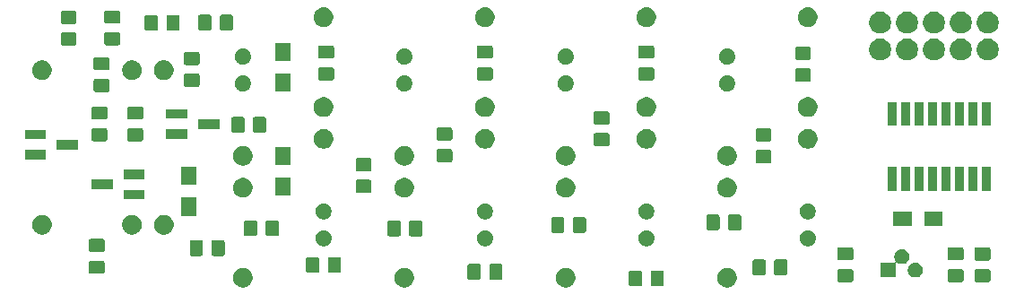
<source format=gbs>
G04 #@! TF.GenerationSoftware,KiCad,Pcbnew,5.1.4-e60b266~84~ubuntu18.04.1*
G04 #@! TF.CreationDate,2019-10-20T18:50:50+01:00*
G04 #@! TF.ProjectId,triggerseq,74726967-6765-4727-9365-712e6b696361,rev?*
G04 #@! TF.SameCoordinates,Original*
G04 #@! TF.FileFunction,Soldermask,Bot*
G04 #@! TF.FilePolarity,Negative*
%FSLAX46Y46*%
G04 Gerber Fmt 4.6, Leading zero omitted, Abs format (unit mm)*
G04 Created by KiCad (PCBNEW 5.1.4-e60b266~84~ubuntu18.04.1) date 2019-10-20 18:50:50*
%MOMM*%
%LPD*%
G04 APERTURE LIST*
%ADD10C,0.100000*%
G04 APERTURE END LIST*
D10*
G36*
X168939279Y-116410009D02*
G01*
X169009127Y-116438941D01*
X169107908Y-116479857D01*
X169172280Y-116522869D01*
X169259673Y-116581263D01*
X169388737Y-116710327D01*
X169430014Y-116772103D01*
X169490143Y-116862092D01*
X169524070Y-116944000D01*
X169559991Y-117030721D01*
X169595600Y-117209738D01*
X169595600Y-117392262D01*
X169559991Y-117571279D01*
X169541037Y-117617038D01*
X169490143Y-117739908D01*
X169490142Y-117739909D01*
X169388737Y-117891673D01*
X169259673Y-118020737D01*
X169227696Y-118042103D01*
X169107908Y-118122143D01*
X169009127Y-118163059D01*
X168939279Y-118191991D01*
X168760262Y-118227600D01*
X168577738Y-118227600D01*
X168398721Y-118191991D01*
X168328873Y-118163059D01*
X168230092Y-118122143D01*
X168110304Y-118042103D01*
X168078327Y-118020737D01*
X167949263Y-117891673D01*
X167847858Y-117739909D01*
X167847857Y-117739908D01*
X167796963Y-117617038D01*
X167778009Y-117571279D01*
X167742400Y-117392262D01*
X167742400Y-117209738D01*
X167778009Y-117030721D01*
X167813930Y-116944000D01*
X167847857Y-116862092D01*
X167907986Y-116772103D01*
X167949263Y-116710327D01*
X168078327Y-116581263D01*
X168165720Y-116522869D01*
X168230092Y-116479857D01*
X168328873Y-116438941D01*
X168398721Y-116410009D01*
X168577738Y-116374400D01*
X168760262Y-116374400D01*
X168939279Y-116410009D01*
X168939279Y-116410009D01*
G37*
G36*
X153699279Y-116410009D02*
G01*
X153769127Y-116438941D01*
X153867908Y-116479857D01*
X153932280Y-116522869D01*
X154019673Y-116581263D01*
X154148737Y-116710327D01*
X154190014Y-116772103D01*
X154250143Y-116862092D01*
X154284070Y-116944000D01*
X154319991Y-117030721D01*
X154355600Y-117209738D01*
X154355600Y-117392262D01*
X154319991Y-117571279D01*
X154301037Y-117617038D01*
X154250143Y-117739908D01*
X154250142Y-117739909D01*
X154148737Y-117891673D01*
X154019673Y-118020737D01*
X153987696Y-118042103D01*
X153867908Y-118122143D01*
X153769127Y-118163059D01*
X153699279Y-118191991D01*
X153520262Y-118227600D01*
X153337738Y-118227600D01*
X153158721Y-118191991D01*
X153088873Y-118163059D01*
X152990092Y-118122143D01*
X152870304Y-118042103D01*
X152838327Y-118020737D01*
X152709263Y-117891673D01*
X152607858Y-117739909D01*
X152607857Y-117739908D01*
X152556963Y-117617038D01*
X152538009Y-117571279D01*
X152502400Y-117392262D01*
X152502400Y-117209738D01*
X152538009Y-117030721D01*
X152573930Y-116944000D01*
X152607857Y-116862092D01*
X152667986Y-116772103D01*
X152709263Y-116710327D01*
X152838327Y-116581263D01*
X152925720Y-116522869D01*
X152990092Y-116479857D01*
X153088873Y-116438941D01*
X153158721Y-116410009D01*
X153337738Y-116374400D01*
X153520262Y-116374400D01*
X153699279Y-116410009D01*
X153699279Y-116410009D01*
G37*
G36*
X138459279Y-116410009D02*
G01*
X138529127Y-116438941D01*
X138627908Y-116479857D01*
X138692280Y-116522869D01*
X138779673Y-116581263D01*
X138908737Y-116710327D01*
X138950014Y-116772103D01*
X139010143Y-116862092D01*
X139044070Y-116944000D01*
X139079991Y-117030721D01*
X139115600Y-117209738D01*
X139115600Y-117392262D01*
X139079991Y-117571279D01*
X139061037Y-117617038D01*
X139010143Y-117739908D01*
X139010142Y-117739909D01*
X138908737Y-117891673D01*
X138779673Y-118020737D01*
X138747696Y-118042103D01*
X138627908Y-118122143D01*
X138529127Y-118163059D01*
X138459279Y-118191991D01*
X138280262Y-118227600D01*
X138097738Y-118227600D01*
X137918721Y-118191991D01*
X137848873Y-118163059D01*
X137750092Y-118122143D01*
X137630304Y-118042103D01*
X137598327Y-118020737D01*
X137469263Y-117891673D01*
X137367858Y-117739909D01*
X137367857Y-117739908D01*
X137316963Y-117617038D01*
X137298009Y-117571279D01*
X137262400Y-117392262D01*
X137262400Y-117209738D01*
X137298009Y-117030721D01*
X137333930Y-116944000D01*
X137367857Y-116862092D01*
X137427986Y-116772103D01*
X137469263Y-116710327D01*
X137598327Y-116581263D01*
X137685720Y-116522869D01*
X137750092Y-116479857D01*
X137848873Y-116438941D01*
X137918721Y-116410009D01*
X138097738Y-116374400D01*
X138280262Y-116374400D01*
X138459279Y-116410009D01*
X138459279Y-116410009D01*
G37*
G36*
X123219279Y-116410009D02*
G01*
X123289127Y-116438941D01*
X123387908Y-116479857D01*
X123452280Y-116522869D01*
X123539673Y-116581263D01*
X123668737Y-116710327D01*
X123710014Y-116772103D01*
X123770143Y-116862092D01*
X123804070Y-116944000D01*
X123839991Y-117030721D01*
X123875600Y-117209738D01*
X123875600Y-117392262D01*
X123839991Y-117571279D01*
X123821037Y-117617038D01*
X123770143Y-117739908D01*
X123770142Y-117739909D01*
X123668737Y-117891673D01*
X123539673Y-118020737D01*
X123507696Y-118042103D01*
X123387908Y-118122143D01*
X123289127Y-118163059D01*
X123219279Y-118191991D01*
X123040262Y-118227600D01*
X122857738Y-118227600D01*
X122678721Y-118191991D01*
X122608873Y-118163059D01*
X122510092Y-118122143D01*
X122390304Y-118042103D01*
X122358327Y-118020737D01*
X122229263Y-117891673D01*
X122127858Y-117739909D01*
X122127857Y-117739908D01*
X122076963Y-117617038D01*
X122058009Y-117571279D01*
X122022400Y-117392262D01*
X122022400Y-117209738D01*
X122058009Y-117030721D01*
X122093930Y-116944000D01*
X122127857Y-116862092D01*
X122187986Y-116772103D01*
X122229263Y-116710327D01*
X122358327Y-116581263D01*
X122445720Y-116522869D01*
X122510092Y-116479857D01*
X122608873Y-116438941D01*
X122678721Y-116410009D01*
X122857738Y-116374400D01*
X123040262Y-116374400D01*
X123219279Y-116410009D01*
X123219279Y-116410009D01*
G37*
G36*
X162537674Y-116634465D02*
G01*
X162575367Y-116645899D01*
X162610103Y-116664466D01*
X162640548Y-116689452D01*
X162665534Y-116719897D01*
X162684101Y-116754633D01*
X162695535Y-116792326D01*
X162700000Y-116837661D01*
X162700000Y-117924339D01*
X162695535Y-117969674D01*
X162684101Y-118007367D01*
X162665534Y-118042103D01*
X162640548Y-118072548D01*
X162610103Y-118097534D01*
X162575367Y-118116101D01*
X162537674Y-118127535D01*
X162492339Y-118132000D01*
X161655661Y-118132000D01*
X161610326Y-118127535D01*
X161572633Y-118116101D01*
X161537897Y-118097534D01*
X161507452Y-118072548D01*
X161482466Y-118042103D01*
X161463899Y-118007367D01*
X161452465Y-117969674D01*
X161448000Y-117924339D01*
X161448000Y-116837661D01*
X161452465Y-116792326D01*
X161463899Y-116754633D01*
X161482466Y-116719897D01*
X161507452Y-116689452D01*
X161537897Y-116664466D01*
X161572633Y-116645899D01*
X161610326Y-116634465D01*
X161655661Y-116630000D01*
X162492339Y-116630000D01*
X162537674Y-116634465D01*
X162537674Y-116634465D01*
G37*
G36*
X160487674Y-116634465D02*
G01*
X160525367Y-116645899D01*
X160560103Y-116664466D01*
X160590548Y-116689452D01*
X160615534Y-116719897D01*
X160634101Y-116754633D01*
X160645535Y-116792326D01*
X160650000Y-116837661D01*
X160650000Y-117924339D01*
X160645535Y-117969674D01*
X160634101Y-118007367D01*
X160615534Y-118042103D01*
X160590548Y-118072548D01*
X160560103Y-118097534D01*
X160525367Y-118116101D01*
X160487674Y-118127535D01*
X160442339Y-118132000D01*
X159605661Y-118132000D01*
X159560326Y-118127535D01*
X159522633Y-118116101D01*
X159487897Y-118097534D01*
X159457452Y-118072548D01*
X159432466Y-118042103D01*
X159413899Y-118007367D01*
X159402465Y-117969674D01*
X159398000Y-117924339D01*
X159398000Y-116837661D01*
X159402465Y-116792326D01*
X159413899Y-116754633D01*
X159432466Y-116719897D01*
X159457452Y-116689452D01*
X159487897Y-116664466D01*
X159522633Y-116645899D01*
X159560326Y-116634465D01*
X159605661Y-116630000D01*
X160442339Y-116630000D01*
X160487674Y-116634465D01*
X160487674Y-116634465D01*
G37*
G36*
X193374674Y-116490465D02*
G01*
X193412367Y-116501899D01*
X193447103Y-116520466D01*
X193477548Y-116545452D01*
X193502534Y-116575897D01*
X193521101Y-116610633D01*
X193532535Y-116648326D01*
X193537000Y-116693661D01*
X193537000Y-117530339D01*
X193532535Y-117575674D01*
X193521101Y-117613367D01*
X193502534Y-117648103D01*
X193477548Y-117678548D01*
X193447103Y-117703534D01*
X193412367Y-117722101D01*
X193374674Y-117733535D01*
X193329339Y-117738000D01*
X192242661Y-117738000D01*
X192197326Y-117733535D01*
X192159633Y-117722101D01*
X192124897Y-117703534D01*
X192094452Y-117678548D01*
X192069466Y-117648103D01*
X192050899Y-117613367D01*
X192039465Y-117575674D01*
X192035000Y-117530339D01*
X192035000Y-116693661D01*
X192039465Y-116648326D01*
X192050899Y-116610633D01*
X192069466Y-116575897D01*
X192094452Y-116545452D01*
X192124897Y-116520466D01*
X192159633Y-116501899D01*
X192197326Y-116490465D01*
X192242661Y-116486000D01*
X193329339Y-116486000D01*
X193374674Y-116490465D01*
X193374674Y-116490465D01*
G37*
G36*
X190834674Y-116481465D02*
G01*
X190872367Y-116492899D01*
X190907103Y-116511466D01*
X190937548Y-116536452D01*
X190962534Y-116566897D01*
X190981101Y-116601633D01*
X190992535Y-116639326D01*
X190997000Y-116684661D01*
X190997000Y-117521339D01*
X190992535Y-117566674D01*
X190981101Y-117604367D01*
X190962534Y-117639103D01*
X190937548Y-117669548D01*
X190907103Y-117694534D01*
X190872367Y-117713101D01*
X190834674Y-117724535D01*
X190789339Y-117729000D01*
X189702661Y-117729000D01*
X189657326Y-117724535D01*
X189619633Y-117713101D01*
X189584897Y-117694534D01*
X189554452Y-117669548D01*
X189529466Y-117639103D01*
X189510899Y-117604367D01*
X189499465Y-117566674D01*
X189495000Y-117521339D01*
X189495000Y-116684661D01*
X189499465Y-116639326D01*
X189510899Y-116601633D01*
X189529466Y-116566897D01*
X189554452Y-116536452D01*
X189584897Y-116511466D01*
X189619633Y-116492899D01*
X189657326Y-116481465D01*
X189702661Y-116477000D01*
X190789339Y-116477000D01*
X190834674Y-116481465D01*
X190834674Y-116481465D01*
G37*
G36*
X180420674Y-116481465D02*
G01*
X180458367Y-116492899D01*
X180493103Y-116511466D01*
X180523548Y-116536452D01*
X180548534Y-116566897D01*
X180567101Y-116601633D01*
X180578535Y-116639326D01*
X180583000Y-116684661D01*
X180583000Y-117521339D01*
X180578535Y-117566674D01*
X180567101Y-117604367D01*
X180548534Y-117639103D01*
X180523548Y-117669548D01*
X180493103Y-117694534D01*
X180458367Y-117713101D01*
X180420674Y-117724535D01*
X180375339Y-117729000D01*
X179288661Y-117729000D01*
X179243326Y-117724535D01*
X179205633Y-117713101D01*
X179170897Y-117694534D01*
X179140452Y-117669548D01*
X179115466Y-117639103D01*
X179096899Y-117604367D01*
X179085465Y-117566674D01*
X179081000Y-117521339D01*
X179081000Y-116684661D01*
X179085465Y-116639326D01*
X179096899Y-116601633D01*
X179115466Y-116566897D01*
X179140452Y-116536452D01*
X179170897Y-116511466D01*
X179205633Y-116492899D01*
X179243326Y-116481465D01*
X179288661Y-116477000D01*
X180375339Y-116477000D01*
X180420674Y-116481465D01*
X180420674Y-116481465D01*
G37*
G36*
X145247674Y-115999465D02*
G01*
X145285367Y-116010899D01*
X145320103Y-116029466D01*
X145350548Y-116054452D01*
X145375534Y-116084897D01*
X145394101Y-116119633D01*
X145405535Y-116157326D01*
X145410000Y-116202661D01*
X145410000Y-117289339D01*
X145405535Y-117334674D01*
X145394101Y-117372367D01*
X145375534Y-117407103D01*
X145350548Y-117437548D01*
X145320103Y-117462534D01*
X145285367Y-117481101D01*
X145247674Y-117492535D01*
X145202339Y-117497000D01*
X144365661Y-117497000D01*
X144320326Y-117492535D01*
X144282633Y-117481101D01*
X144247897Y-117462534D01*
X144217452Y-117437548D01*
X144192466Y-117407103D01*
X144173899Y-117372367D01*
X144162465Y-117334674D01*
X144158000Y-117289339D01*
X144158000Y-116202661D01*
X144162465Y-116157326D01*
X144173899Y-116119633D01*
X144192466Y-116084897D01*
X144217452Y-116054452D01*
X144247897Y-116029466D01*
X144282633Y-116010899D01*
X144320326Y-115999465D01*
X144365661Y-115995000D01*
X145202339Y-115995000D01*
X145247674Y-115999465D01*
X145247674Y-115999465D01*
G37*
G36*
X147297674Y-115999465D02*
G01*
X147335367Y-116010899D01*
X147370103Y-116029466D01*
X147400548Y-116054452D01*
X147425534Y-116084897D01*
X147444101Y-116119633D01*
X147455535Y-116157326D01*
X147460000Y-116202661D01*
X147460000Y-117289339D01*
X147455535Y-117334674D01*
X147444101Y-117372367D01*
X147425534Y-117407103D01*
X147400548Y-117437548D01*
X147370103Y-117462534D01*
X147335367Y-117481101D01*
X147297674Y-117492535D01*
X147252339Y-117497000D01*
X146415661Y-117497000D01*
X146370326Y-117492535D01*
X146332633Y-117481101D01*
X146297897Y-117462534D01*
X146267452Y-117437548D01*
X146242466Y-117407103D01*
X146223899Y-117372367D01*
X146212465Y-117334674D01*
X146208000Y-117289339D01*
X146208000Y-116202661D01*
X146212465Y-116157326D01*
X146223899Y-116119633D01*
X146242466Y-116084897D01*
X146267452Y-116054452D01*
X146297897Y-116029466D01*
X146332633Y-116010899D01*
X146370326Y-115999465D01*
X146415661Y-115995000D01*
X147252339Y-115995000D01*
X147297674Y-115999465D01*
X147297674Y-115999465D01*
G37*
G36*
X186640473Y-115911938D02*
G01*
X186768049Y-115964782D01*
X186882859Y-116041495D01*
X186980505Y-116139141D01*
X187057218Y-116253951D01*
X187110062Y-116381527D01*
X187137000Y-116516956D01*
X187137000Y-116655044D01*
X187110062Y-116790473D01*
X187057218Y-116918049D01*
X186980505Y-117032859D01*
X186882859Y-117130505D01*
X186768049Y-117207218D01*
X186640473Y-117260062D01*
X186505044Y-117287000D01*
X186366956Y-117287000D01*
X186231527Y-117260062D01*
X186103951Y-117207218D01*
X185989141Y-117130505D01*
X185891495Y-117032859D01*
X185814782Y-116918049D01*
X185761938Y-116790473D01*
X185735000Y-116655044D01*
X185735000Y-116516956D01*
X185761938Y-116381527D01*
X185814782Y-116253951D01*
X185891495Y-116139141D01*
X185989141Y-116041495D01*
X186103951Y-115964782D01*
X186231527Y-115911938D01*
X186366956Y-115885000D01*
X186505044Y-115885000D01*
X186640473Y-115911938D01*
X186640473Y-115911938D01*
G37*
G36*
X185370473Y-114641938D02*
G01*
X185498049Y-114694782D01*
X185612859Y-114771495D01*
X185710505Y-114869141D01*
X185787218Y-114983951D01*
X185840062Y-115111527D01*
X185867000Y-115246956D01*
X185867000Y-115385044D01*
X185840062Y-115520473D01*
X185787218Y-115648049D01*
X185710505Y-115762859D01*
X185612859Y-115860505D01*
X185498049Y-115937218D01*
X185370473Y-115990062D01*
X185235044Y-116017000D01*
X185096956Y-116017000D01*
X184961527Y-115990062D01*
X184833951Y-115937218D01*
X184791444Y-115908816D01*
X184769833Y-115897265D01*
X184746384Y-115890152D01*
X184721998Y-115887750D01*
X184697612Y-115890152D01*
X184674163Y-115897265D01*
X184652553Y-115908817D01*
X184633611Y-115924362D01*
X184618066Y-115943304D01*
X184606515Y-115964915D01*
X184599402Y-115988364D01*
X184597000Y-116012749D01*
X184597000Y-117287000D01*
X183195000Y-117287000D01*
X183195000Y-115885000D01*
X184469251Y-115885000D01*
X184493637Y-115882598D01*
X184517086Y-115875485D01*
X184538697Y-115863934D01*
X184557639Y-115848389D01*
X184573184Y-115829447D01*
X184584735Y-115807836D01*
X184591848Y-115784387D01*
X184594250Y-115760001D01*
X184591848Y-115735615D01*
X184584735Y-115712166D01*
X184573184Y-115690556D01*
X184544782Y-115648049D01*
X184491938Y-115520473D01*
X184465000Y-115385044D01*
X184465000Y-115246956D01*
X184491938Y-115111527D01*
X184544782Y-114983951D01*
X184621495Y-114869141D01*
X184719141Y-114771495D01*
X184833951Y-114694782D01*
X184961527Y-114641938D01*
X185096956Y-114615000D01*
X185235044Y-114615000D01*
X185370473Y-114641938D01*
X185370473Y-114641938D01*
G37*
G36*
X174208674Y-115585465D02*
G01*
X174246367Y-115596899D01*
X174281103Y-115615466D01*
X174311548Y-115640452D01*
X174336534Y-115670897D01*
X174355101Y-115705633D01*
X174366535Y-115743326D01*
X174371000Y-115788661D01*
X174371000Y-116875339D01*
X174366535Y-116920674D01*
X174355101Y-116958367D01*
X174336534Y-116993103D01*
X174311548Y-117023548D01*
X174281103Y-117048534D01*
X174246367Y-117067101D01*
X174208674Y-117078535D01*
X174163339Y-117083000D01*
X173326661Y-117083000D01*
X173281326Y-117078535D01*
X173243633Y-117067101D01*
X173208897Y-117048534D01*
X173178452Y-117023548D01*
X173153466Y-116993103D01*
X173134899Y-116958367D01*
X173123465Y-116920674D01*
X173119000Y-116875339D01*
X173119000Y-115788661D01*
X173123465Y-115743326D01*
X173134899Y-115705633D01*
X173153466Y-115670897D01*
X173178452Y-115640452D01*
X173208897Y-115615466D01*
X173243633Y-115596899D01*
X173281326Y-115585465D01*
X173326661Y-115581000D01*
X174163339Y-115581000D01*
X174208674Y-115585465D01*
X174208674Y-115585465D01*
G37*
G36*
X172158674Y-115585465D02*
G01*
X172196367Y-115596899D01*
X172231103Y-115615466D01*
X172261548Y-115640452D01*
X172286534Y-115670897D01*
X172305101Y-115705633D01*
X172316535Y-115743326D01*
X172321000Y-115788661D01*
X172321000Y-116875339D01*
X172316535Y-116920674D01*
X172305101Y-116958367D01*
X172286534Y-116993103D01*
X172261548Y-117023548D01*
X172231103Y-117048534D01*
X172196367Y-117067101D01*
X172158674Y-117078535D01*
X172113339Y-117083000D01*
X171276661Y-117083000D01*
X171231326Y-117078535D01*
X171193633Y-117067101D01*
X171158897Y-117048534D01*
X171128452Y-117023548D01*
X171103466Y-116993103D01*
X171084899Y-116958367D01*
X171073465Y-116920674D01*
X171069000Y-116875339D01*
X171069000Y-115788661D01*
X171073465Y-115743326D01*
X171084899Y-115705633D01*
X171103466Y-115670897D01*
X171128452Y-115640452D01*
X171158897Y-115615466D01*
X171193633Y-115596899D01*
X171231326Y-115585465D01*
X171276661Y-115581000D01*
X172113339Y-115581000D01*
X172158674Y-115585465D01*
X172158674Y-115585465D01*
G37*
G36*
X109735674Y-115696465D02*
G01*
X109773367Y-115707899D01*
X109808103Y-115726466D01*
X109838548Y-115751452D01*
X109863534Y-115781897D01*
X109882101Y-115816633D01*
X109893535Y-115854326D01*
X109898000Y-115899661D01*
X109898000Y-116736339D01*
X109893535Y-116781674D01*
X109882101Y-116819367D01*
X109863534Y-116854103D01*
X109838548Y-116884548D01*
X109808103Y-116909534D01*
X109773367Y-116928101D01*
X109735674Y-116939535D01*
X109690339Y-116944000D01*
X108603661Y-116944000D01*
X108558326Y-116939535D01*
X108520633Y-116928101D01*
X108485897Y-116909534D01*
X108455452Y-116884548D01*
X108430466Y-116854103D01*
X108411899Y-116819367D01*
X108400465Y-116781674D01*
X108396000Y-116736339D01*
X108396000Y-115899661D01*
X108400465Y-115854326D01*
X108411899Y-115816633D01*
X108430466Y-115781897D01*
X108455452Y-115751452D01*
X108485897Y-115726466D01*
X108520633Y-115707899D01*
X108558326Y-115696465D01*
X108603661Y-115692000D01*
X109690339Y-115692000D01*
X109735674Y-115696465D01*
X109735674Y-115696465D01*
G37*
G36*
X130007674Y-115364465D02*
G01*
X130045367Y-115375899D01*
X130080103Y-115394466D01*
X130110548Y-115419452D01*
X130135534Y-115449897D01*
X130154101Y-115484633D01*
X130165535Y-115522326D01*
X130170000Y-115567661D01*
X130170000Y-116654339D01*
X130165535Y-116699674D01*
X130154101Y-116737367D01*
X130135534Y-116772103D01*
X130110548Y-116802548D01*
X130080103Y-116827534D01*
X130045367Y-116846101D01*
X130007674Y-116857535D01*
X129962339Y-116862000D01*
X129125661Y-116862000D01*
X129080326Y-116857535D01*
X129042633Y-116846101D01*
X129007897Y-116827534D01*
X128977452Y-116802548D01*
X128952466Y-116772103D01*
X128933899Y-116737367D01*
X128922465Y-116699674D01*
X128918000Y-116654339D01*
X128918000Y-115567661D01*
X128922465Y-115522326D01*
X128933899Y-115484633D01*
X128952466Y-115449897D01*
X128977452Y-115419452D01*
X129007897Y-115394466D01*
X129042633Y-115375899D01*
X129080326Y-115364465D01*
X129125661Y-115360000D01*
X129962339Y-115360000D01*
X130007674Y-115364465D01*
X130007674Y-115364465D01*
G37*
G36*
X132057674Y-115364465D02*
G01*
X132095367Y-115375899D01*
X132130103Y-115394466D01*
X132160548Y-115419452D01*
X132185534Y-115449897D01*
X132204101Y-115484633D01*
X132215535Y-115522326D01*
X132220000Y-115567661D01*
X132220000Y-116654339D01*
X132215535Y-116699674D01*
X132204101Y-116737367D01*
X132185534Y-116772103D01*
X132160548Y-116802548D01*
X132130103Y-116827534D01*
X132095367Y-116846101D01*
X132057674Y-116857535D01*
X132012339Y-116862000D01*
X131175661Y-116862000D01*
X131130326Y-116857535D01*
X131092633Y-116846101D01*
X131057897Y-116827534D01*
X131027452Y-116802548D01*
X131002466Y-116772103D01*
X130983899Y-116737367D01*
X130972465Y-116699674D01*
X130968000Y-116654339D01*
X130968000Y-115567661D01*
X130972465Y-115522326D01*
X130983899Y-115484633D01*
X131002466Y-115449897D01*
X131027452Y-115419452D01*
X131057897Y-115394466D01*
X131092633Y-115375899D01*
X131130326Y-115364465D01*
X131175661Y-115360000D01*
X132012339Y-115360000D01*
X132057674Y-115364465D01*
X132057674Y-115364465D01*
G37*
G36*
X193374674Y-114440465D02*
G01*
X193412367Y-114451899D01*
X193447103Y-114470466D01*
X193477548Y-114495452D01*
X193502534Y-114525897D01*
X193521101Y-114560633D01*
X193532535Y-114598326D01*
X193537000Y-114643661D01*
X193537000Y-115480339D01*
X193532535Y-115525674D01*
X193521101Y-115563367D01*
X193502534Y-115598103D01*
X193477548Y-115628548D01*
X193447103Y-115653534D01*
X193412367Y-115672101D01*
X193374674Y-115683535D01*
X193329339Y-115688000D01*
X192242661Y-115688000D01*
X192197326Y-115683535D01*
X192159633Y-115672101D01*
X192124897Y-115653534D01*
X192094452Y-115628548D01*
X192069466Y-115598103D01*
X192050899Y-115563367D01*
X192039465Y-115525674D01*
X192035000Y-115480339D01*
X192035000Y-114643661D01*
X192039465Y-114598326D01*
X192050899Y-114560633D01*
X192069466Y-114525897D01*
X192094452Y-114495452D01*
X192124897Y-114470466D01*
X192159633Y-114451899D01*
X192197326Y-114440465D01*
X192242661Y-114436000D01*
X193329339Y-114436000D01*
X193374674Y-114440465D01*
X193374674Y-114440465D01*
G37*
G36*
X180420674Y-114431465D02*
G01*
X180458367Y-114442899D01*
X180493103Y-114461466D01*
X180523548Y-114486452D01*
X180548534Y-114516897D01*
X180567101Y-114551633D01*
X180578535Y-114589326D01*
X180583000Y-114634661D01*
X180583000Y-115471339D01*
X180578535Y-115516674D01*
X180567101Y-115554367D01*
X180548534Y-115589103D01*
X180523548Y-115619548D01*
X180493103Y-115644534D01*
X180458367Y-115663101D01*
X180420674Y-115674535D01*
X180375339Y-115679000D01*
X179288661Y-115679000D01*
X179243326Y-115674535D01*
X179205633Y-115663101D01*
X179170897Y-115644534D01*
X179140452Y-115619548D01*
X179115466Y-115589103D01*
X179096899Y-115554367D01*
X179085465Y-115516674D01*
X179081000Y-115471339D01*
X179081000Y-114634661D01*
X179085465Y-114589326D01*
X179096899Y-114551633D01*
X179115466Y-114516897D01*
X179140452Y-114486452D01*
X179170897Y-114461466D01*
X179205633Y-114442899D01*
X179243326Y-114431465D01*
X179288661Y-114427000D01*
X180375339Y-114427000D01*
X180420674Y-114431465D01*
X180420674Y-114431465D01*
G37*
G36*
X190834674Y-114431465D02*
G01*
X190872367Y-114442899D01*
X190907103Y-114461466D01*
X190937548Y-114486452D01*
X190962534Y-114516897D01*
X190981101Y-114551633D01*
X190992535Y-114589326D01*
X190997000Y-114634661D01*
X190997000Y-115471339D01*
X190992535Y-115516674D01*
X190981101Y-115554367D01*
X190962534Y-115589103D01*
X190937548Y-115619548D01*
X190907103Y-115644534D01*
X190872367Y-115663101D01*
X190834674Y-115674535D01*
X190789339Y-115679000D01*
X189702661Y-115679000D01*
X189657326Y-115674535D01*
X189619633Y-115663101D01*
X189584897Y-115644534D01*
X189554452Y-115619548D01*
X189529466Y-115589103D01*
X189510899Y-115554367D01*
X189499465Y-115516674D01*
X189495000Y-115471339D01*
X189495000Y-114634661D01*
X189499465Y-114589326D01*
X189510899Y-114551633D01*
X189529466Y-114516897D01*
X189554452Y-114486452D01*
X189584897Y-114461466D01*
X189619633Y-114442899D01*
X189657326Y-114431465D01*
X189702661Y-114427000D01*
X190789339Y-114427000D01*
X190834674Y-114431465D01*
X190834674Y-114431465D01*
G37*
G36*
X119020674Y-113762465D02*
G01*
X119058367Y-113773899D01*
X119093103Y-113792466D01*
X119123548Y-113817452D01*
X119148534Y-113847897D01*
X119167101Y-113882633D01*
X119178535Y-113920326D01*
X119183000Y-113965661D01*
X119183000Y-115052339D01*
X119178535Y-115097674D01*
X119167101Y-115135367D01*
X119148534Y-115170103D01*
X119123548Y-115200548D01*
X119093103Y-115225534D01*
X119058367Y-115244101D01*
X119020674Y-115255535D01*
X118975339Y-115260000D01*
X118138661Y-115260000D01*
X118093326Y-115255535D01*
X118055633Y-115244101D01*
X118020897Y-115225534D01*
X117990452Y-115200548D01*
X117965466Y-115170103D01*
X117946899Y-115135367D01*
X117935465Y-115097674D01*
X117931000Y-115052339D01*
X117931000Y-113965661D01*
X117935465Y-113920326D01*
X117946899Y-113882633D01*
X117965466Y-113847897D01*
X117990452Y-113817452D01*
X118020897Y-113792466D01*
X118055633Y-113773899D01*
X118093326Y-113762465D01*
X118138661Y-113758000D01*
X118975339Y-113758000D01*
X119020674Y-113762465D01*
X119020674Y-113762465D01*
G37*
G36*
X121070674Y-113762465D02*
G01*
X121108367Y-113773899D01*
X121143103Y-113792466D01*
X121173548Y-113817452D01*
X121198534Y-113847897D01*
X121217101Y-113882633D01*
X121228535Y-113920326D01*
X121233000Y-113965661D01*
X121233000Y-115052339D01*
X121228535Y-115097674D01*
X121217101Y-115135367D01*
X121198534Y-115170103D01*
X121173548Y-115200548D01*
X121143103Y-115225534D01*
X121108367Y-115244101D01*
X121070674Y-115255535D01*
X121025339Y-115260000D01*
X120188661Y-115260000D01*
X120143326Y-115255535D01*
X120105633Y-115244101D01*
X120070897Y-115225534D01*
X120040452Y-115200548D01*
X120015466Y-115170103D01*
X119996899Y-115135367D01*
X119985465Y-115097674D01*
X119981000Y-115052339D01*
X119981000Y-113965661D01*
X119985465Y-113920326D01*
X119996899Y-113882633D01*
X120015466Y-113847897D01*
X120040452Y-113817452D01*
X120070897Y-113792466D01*
X120105633Y-113773899D01*
X120143326Y-113762465D01*
X120188661Y-113758000D01*
X121025339Y-113758000D01*
X121070674Y-113762465D01*
X121070674Y-113762465D01*
G37*
G36*
X109735674Y-113646465D02*
G01*
X109773367Y-113657899D01*
X109808103Y-113676466D01*
X109838548Y-113701452D01*
X109863534Y-113731897D01*
X109882101Y-113766633D01*
X109893535Y-113804326D01*
X109898000Y-113849661D01*
X109898000Y-114686339D01*
X109893535Y-114731674D01*
X109882101Y-114769367D01*
X109863534Y-114804103D01*
X109838548Y-114834548D01*
X109808103Y-114859534D01*
X109773367Y-114878101D01*
X109735674Y-114889535D01*
X109690339Y-114894000D01*
X108603661Y-114894000D01*
X108558326Y-114889535D01*
X108520633Y-114878101D01*
X108485897Y-114859534D01*
X108455452Y-114834548D01*
X108430466Y-114804103D01*
X108411899Y-114769367D01*
X108400465Y-114731674D01*
X108396000Y-114686339D01*
X108396000Y-113849661D01*
X108400465Y-113804326D01*
X108411899Y-113766633D01*
X108430466Y-113731897D01*
X108455452Y-113701452D01*
X108485897Y-113676466D01*
X108520633Y-113657899D01*
X108558326Y-113646465D01*
X108603661Y-113642000D01*
X109690339Y-113642000D01*
X109735674Y-113646465D01*
X109735674Y-113646465D01*
G37*
G36*
X176462195Y-112828522D02*
G01*
X176511267Y-112838283D01*
X176649942Y-112895724D01*
X176774747Y-112979116D01*
X176880884Y-113085253D01*
X176964276Y-113210058D01*
X177021717Y-113348733D01*
X177029385Y-113387282D01*
X177051000Y-113495948D01*
X177051000Y-113646052D01*
X177048643Y-113657899D01*
X177021717Y-113793267D01*
X176964276Y-113931942D01*
X176880884Y-114056747D01*
X176774747Y-114162884D01*
X176649942Y-114246276D01*
X176511267Y-114303717D01*
X176462195Y-114313478D01*
X176364052Y-114333000D01*
X176213948Y-114333000D01*
X176115805Y-114313478D01*
X176066733Y-114303717D01*
X175928058Y-114246276D01*
X175803253Y-114162884D01*
X175697116Y-114056747D01*
X175613724Y-113931942D01*
X175556283Y-113793267D01*
X175529357Y-113657899D01*
X175527000Y-113646052D01*
X175527000Y-113495948D01*
X175548615Y-113387282D01*
X175556283Y-113348733D01*
X175613724Y-113210058D01*
X175697116Y-113085253D01*
X175803253Y-112979116D01*
X175928058Y-112895724D01*
X176066733Y-112838283D01*
X176115805Y-112828522D01*
X176213948Y-112809000D01*
X176364052Y-112809000D01*
X176462195Y-112828522D01*
X176462195Y-112828522D01*
G37*
G36*
X145982195Y-112828522D02*
G01*
X146031267Y-112838283D01*
X146169942Y-112895724D01*
X146294747Y-112979116D01*
X146400884Y-113085253D01*
X146484276Y-113210058D01*
X146541717Y-113348733D01*
X146549385Y-113387282D01*
X146571000Y-113495948D01*
X146571000Y-113646052D01*
X146568643Y-113657899D01*
X146541717Y-113793267D01*
X146484276Y-113931942D01*
X146400884Y-114056747D01*
X146294747Y-114162884D01*
X146169942Y-114246276D01*
X146031267Y-114303717D01*
X145982195Y-114313478D01*
X145884052Y-114333000D01*
X145733948Y-114333000D01*
X145635805Y-114313478D01*
X145586733Y-114303717D01*
X145448058Y-114246276D01*
X145323253Y-114162884D01*
X145217116Y-114056747D01*
X145133724Y-113931942D01*
X145076283Y-113793267D01*
X145049357Y-113657899D01*
X145047000Y-113646052D01*
X145047000Y-113495948D01*
X145068615Y-113387282D01*
X145076283Y-113348733D01*
X145133724Y-113210058D01*
X145217116Y-113085253D01*
X145323253Y-112979116D01*
X145448058Y-112895724D01*
X145586733Y-112838283D01*
X145635805Y-112828522D01*
X145733948Y-112809000D01*
X145884052Y-112809000D01*
X145982195Y-112828522D01*
X145982195Y-112828522D01*
G37*
G36*
X130742195Y-112828522D02*
G01*
X130791267Y-112838283D01*
X130929942Y-112895724D01*
X131054747Y-112979116D01*
X131160884Y-113085253D01*
X131244276Y-113210058D01*
X131301717Y-113348733D01*
X131309385Y-113387282D01*
X131331000Y-113495948D01*
X131331000Y-113646052D01*
X131328643Y-113657899D01*
X131301717Y-113793267D01*
X131244276Y-113931942D01*
X131160884Y-114056747D01*
X131054747Y-114162884D01*
X130929942Y-114246276D01*
X130791267Y-114303717D01*
X130742195Y-114313478D01*
X130644052Y-114333000D01*
X130493948Y-114333000D01*
X130395805Y-114313478D01*
X130346733Y-114303717D01*
X130208058Y-114246276D01*
X130083253Y-114162884D01*
X129977116Y-114056747D01*
X129893724Y-113931942D01*
X129836283Y-113793267D01*
X129809357Y-113657899D01*
X129807000Y-113646052D01*
X129807000Y-113495948D01*
X129828615Y-113387282D01*
X129836283Y-113348733D01*
X129893724Y-113210058D01*
X129977116Y-113085253D01*
X130083253Y-112979116D01*
X130208058Y-112895724D01*
X130346733Y-112838283D01*
X130395805Y-112828522D01*
X130493948Y-112809000D01*
X130644052Y-112809000D01*
X130742195Y-112828522D01*
X130742195Y-112828522D01*
G37*
G36*
X161222195Y-112828522D02*
G01*
X161271267Y-112838283D01*
X161409942Y-112895724D01*
X161534747Y-112979116D01*
X161640884Y-113085253D01*
X161724276Y-113210058D01*
X161781717Y-113348733D01*
X161789385Y-113387282D01*
X161811000Y-113495948D01*
X161811000Y-113646052D01*
X161808643Y-113657899D01*
X161781717Y-113793267D01*
X161724276Y-113931942D01*
X161640884Y-114056747D01*
X161534747Y-114162884D01*
X161409942Y-114246276D01*
X161271267Y-114303717D01*
X161222195Y-114313478D01*
X161124052Y-114333000D01*
X160973948Y-114333000D01*
X160875805Y-114313478D01*
X160826733Y-114303717D01*
X160688058Y-114246276D01*
X160563253Y-114162884D01*
X160457116Y-114056747D01*
X160373724Y-113931942D01*
X160316283Y-113793267D01*
X160289357Y-113657899D01*
X160287000Y-113646052D01*
X160287000Y-113495948D01*
X160308615Y-113387282D01*
X160316283Y-113348733D01*
X160373724Y-113210058D01*
X160457116Y-113085253D01*
X160563253Y-112979116D01*
X160688058Y-112895724D01*
X160826733Y-112838283D01*
X160875805Y-112828522D01*
X160973948Y-112809000D01*
X161124052Y-112809000D01*
X161222195Y-112828522D01*
X161222195Y-112828522D01*
G37*
G36*
X139745674Y-111910465D02*
G01*
X139783367Y-111921899D01*
X139818103Y-111940466D01*
X139848548Y-111965452D01*
X139873534Y-111995897D01*
X139892101Y-112030633D01*
X139903535Y-112068326D01*
X139908000Y-112113661D01*
X139908000Y-113200339D01*
X139903535Y-113245674D01*
X139892101Y-113283367D01*
X139873534Y-113318103D01*
X139848548Y-113348548D01*
X139818103Y-113373534D01*
X139783367Y-113392101D01*
X139745674Y-113403535D01*
X139700339Y-113408000D01*
X138863661Y-113408000D01*
X138818326Y-113403535D01*
X138780633Y-113392101D01*
X138745897Y-113373534D01*
X138715452Y-113348548D01*
X138690466Y-113318103D01*
X138671899Y-113283367D01*
X138660465Y-113245674D01*
X138656000Y-113200339D01*
X138656000Y-112113661D01*
X138660465Y-112068326D01*
X138671899Y-112030633D01*
X138690466Y-111995897D01*
X138715452Y-111965452D01*
X138745897Y-111940466D01*
X138780633Y-111921899D01*
X138818326Y-111910465D01*
X138863661Y-111906000D01*
X139700339Y-111906000D01*
X139745674Y-111910465D01*
X139745674Y-111910465D01*
G37*
G36*
X137695674Y-111910465D02*
G01*
X137733367Y-111921899D01*
X137768103Y-111940466D01*
X137798548Y-111965452D01*
X137823534Y-111995897D01*
X137842101Y-112030633D01*
X137853535Y-112068326D01*
X137858000Y-112113661D01*
X137858000Y-113200339D01*
X137853535Y-113245674D01*
X137842101Y-113283367D01*
X137823534Y-113318103D01*
X137798548Y-113348548D01*
X137768103Y-113373534D01*
X137733367Y-113392101D01*
X137695674Y-113403535D01*
X137650339Y-113408000D01*
X136813661Y-113408000D01*
X136768326Y-113403535D01*
X136730633Y-113392101D01*
X136695897Y-113373534D01*
X136665452Y-113348548D01*
X136640466Y-113318103D01*
X136621899Y-113283367D01*
X136610465Y-113245674D01*
X136606000Y-113200339D01*
X136606000Y-112113661D01*
X136610465Y-112068326D01*
X136621899Y-112030633D01*
X136640466Y-111995897D01*
X136665452Y-111965452D01*
X136695897Y-111940466D01*
X136730633Y-111921899D01*
X136768326Y-111910465D01*
X136813661Y-111906000D01*
X137650339Y-111906000D01*
X137695674Y-111910465D01*
X137695674Y-111910465D01*
G37*
G36*
X124135674Y-111897465D02*
G01*
X124173367Y-111908899D01*
X124208103Y-111927466D01*
X124238548Y-111952452D01*
X124263534Y-111982897D01*
X124282101Y-112017633D01*
X124293535Y-112055326D01*
X124298000Y-112100661D01*
X124298000Y-113187339D01*
X124293535Y-113232674D01*
X124282101Y-113270367D01*
X124263534Y-113305103D01*
X124238548Y-113335548D01*
X124208103Y-113360534D01*
X124173367Y-113379101D01*
X124135674Y-113390535D01*
X124090339Y-113395000D01*
X123253661Y-113395000D01*
X123208326Y-113390535D01*
X123170633Y-113379101D01*
X123135897Y-113360534D01*
X123105452Y-113335548D01*
X123080466Y-113305103D01*
X123061899Y-113270367D01*
X123050465Y-113232674D01*
X123046000Y-113187339D01*
X123046000Y-112100661D01*
X123050465Y-112055326D01*
X123061899Y-112017633D01*
X123080466Y-111982897D01*
X123105452Y-111952452D01*
X123135897Y-111927466D01*
X123170633Y-111908899D01*
X123208326Y-111897465D01*
X123253661Y-111893000D01*
X124090339Y-111893000D01*
X124135674Y-111897465D01*
X124135674Y-111897465D01*
G37*
G36*
X126185674Y-111897465D02*
G01*
X126223367Y-111908899D01*
X126258103Y-111927466D01*
X126288548Y-111952452D01*
X126313534Y-111982897D01*
X126332101Y-112017633D01*
X126343535Y-112055326D01*
X126348000Y-112100661D01*
X126348000Y-113187339D01*
X126343535Y-113232674D01*
X126332101Y-113270367D01*
X126313534Y-113305103D01*
X126288548Y-113335548D01*
X126258103Y-113360534D01*
X126223367Y-113379101D01*
X126185674Y-113390535D01*
X126140339Y-113395000D01*
X125303661Y-113395000D01*
X125258326Y-113390535D01*
X125220633Y-113379101D01*
X125185897Y-113360534D01*
X125155452Y-113335548D01*
X125130466Y-113305103D01*
X125111899Y-113270367D01*
X125100465Y-113232674D01*
X125096000Y-113187339D01*
X125096000Y-112100661D01*
X125100465Y-112055326D01*
X125111899Y-112017633D01*
X125130466Y-111982897D01*
X125155452Y-111952452D01*
X125185897Y-111927466D01*
X125220633Y-111908899D01*
X125258326Y-111897465D01*
X125303661Y-111893000D01*
X126140339Y-111893000D01*
X126185674Y-111897465D01*
X126185674Y-111897465D01*
G37*
G36*
X115749279Y-111410009D02*
G01*
X115819127Y-111438941D01*
X115917908Y-111479857D01*
X115973116Y-111516746D01*
X116069673Y-111581263D01*
X116198737Y-111710327D01*
X116234411Y-111763717D01*
X116300143Y-111862092D01*
X116327221Y-111927466D01*
X116369955Y-112030633D01*
X116369991Y-112030722D01*
X116405600Y-112209738D01*
X116405600Y-112392262D01*
X116369991Y-112571278D01*
X116300143Y-112739908D01*
X116258966Y-112801534D01*
X116198737Y-112891673D01*
X116069673Y-113020737D01*
X116034435Y-113044282D01*
X115917908Y-113122143D01*
X115819127Y-113163059D01*
X115749279Y-113191991D01*
X115570262Y-113227600D01*
X115387738Y-113227600D01*
X115208721Y-113191991D01*
X115138873Y-113163059D01*
X115040092Y-113122143D01*
X114923565Y-113044282D01*
X114888327Y-113020737D01*
X114759263Y-112891673D01*
X114699034Y-112801534D01*
X114657857Y-112739908D01*
X114588009Y-112571278D01*
X114552400Y-112392262D01*
X114552400Y-112209738D01*
X114588009Y-112030722D01*
X114588046Y-112030633D01*
X114630779Y-111927466D01*
X114657857Y-111862092D01*
X114723589Y-111763717D01*
X114759263Y-111710327D01*
X114888327Y-111581263D01*
X114984884Y-111516746D01*
X115040092Y-111479857D01*
X115138873Y-111438941D01*
X115208721Y-111410009D01*
X115387738Y-111374400D01*
X115570262Y-111374400D01*
X115749279Y-111410009D01*
X115749279Y-111410009D01*
G37*
G36*
X112749279Y-111410009D02*
G01*
X112819127Y-111438941D01*
X112917908Y-111479857D01*
X112973116Y-111516746D01*
X113069673Y-111581263D01*
X113198737Y-111710327D01*
X113234411Y-111763717D01*
X113300143Y-111862092D01*
X113327221Y-111927466D01*
X113369955Y-112030633D01*
X113369991Y-112030722D01*
X113405600Y-112209738D01*
X113405600Y-112392262D01*
X113369991Y-112571278D01*
X113300143Y-112739908D01*
X113258966Y-112801534D01*
X113198737Y-112891673D01*
X113069673Y-113020737D01*
X113034435Y-113044282D01*
X112917908Y-113122143D01*
X112819127Y-113163059D01*
X112749279Y-113191991D01*
X112570262Y-113227600D01*
X112387738Y-113227600D01*
X112208721Y-113191991D01*
X112138873Y-113163059D01*
X112040092Y-113122143D01*
X111923565Y-113044282D01*
X111888327Y-113020737D01*
X111759263Y-112891673D01*
X111699034Y-112801534D01*
X111657857Y-112739908D01*
X111588009Y-112571278D01*
X111552400Y-112392262D01*
X111552400Y-112209738D01*
X111588009Y-112030722D01*
X111588046Y-112030633D01*
X111630779Y-111927466D01*
X111657857Y-111862092D01*
X111723589Y-111763717D01*
X111759263Y-111710327D01*
X111888327Y-111581263D01*
X111984884Y-111516746D01*
X112040092Y-111479857D01*
X112138873Y-111438941D01*
X112208721Y-111410009D01*
X112387738Y-111374400D01*
X112570262Y-111374400D01*
X112749279Y-111410009D01*
X112749279Y-111410009D01*
G37*
G36*
X104249279Y-111410009D02*
G01*
X104319127Y-111438941D01*
X104417908Y-111479857D01*
X104473116Y-111516746D01*
X104569673Y-111581263D01*
X104698737Y-111710327D01*
X104734411Y-111763717D01*
X104800143Y-111862092D01*
X104827221Y-111927466D01*
X104869955Y-112030633D01*
X104869991Y-112030722D01*
X104905600Y-112209738D01*
X104905600Y-112392262D01*
X104869991Y-112571278D01*
X104800143Y-112739908D01*
X104758966Y-112801534D01*
X104698737Y-112891673D01*
X104569673Y-113020737D01*
X104534435Y-113044282D01*
X104417908Y-113122143D01*
X104319127Y-113163059D01*
X104249279Y-113191991D01*
X104070262Y-113227600D01*
X103887738Y-113227600D01*
X103708721Y-113191991D01*
X103638873Y-113163059D01*
X103540092Y-113122143D01*
X103423565Y-113044282D01*
X103388327Y-113020737D01*
X103259263Y-112891673D01*
X103199034Y-112801534D01*
X103157857Y-112739908D01*
X103088009Y-112571278D01*
X103052400Y-112392262D01*
X103052400Y-112209738D01*
X103088009Y-112030722D01*
X103088046Y-112030633D01*
X103130779Y-111927466D01*
X103157857Y-111862092D01*
X103223589Y-111763717D01*
X103259263Y-111710327D01*
X103388327Y-111581263D01*
X103484884Y-111516746D01*
X103540092Y-111479857D01*
X103638873Y-111438941D01*
X103708721Y-111410009D01*
X103887738Y-111374400D01*
X104070262Y-111374400D01*
X104249279Y-111410009D01*
X104249279Y-111410009D01*
G37*
G36*
X155192674Y-111567465D02*
G01*
X155230367Y-111578899D01*
X155265103Y-111597466D01*
X155295548Y-111622452D01*
X155320534Y-111652897D01*
X155339101Y-111687633D01*
X155350535Y-111725326D01*
X155355000Y-111770661D01*
X155355000Y-112857339D01*
X155350535Y-112902674D01*
X155339101Y-112940367D01*
X155320534Y-112975103D01*
X155295548Y-113005548D01*
X155265103Y-113030534D01*
X155230367Y-113049101D01*
X155192674Y-113060535D01*
X155147339Y-113065000D01*
X154310661Y-113065000D01*
X154265326Y-113060535D01*
X154227633Y-113049101D01*
X154192897Y-113030534D01*
X154162452Y-113005548D01*
X154137466Y-112975103D01*
X154118899Y-112940367D01*
X154107465Y-112902674D01*
X154103000Y-112857339D01*
X154103000Y-111770661D01*
X154107465Y-111725326D01*
X154118899Y-111687633D01*
X154137466Y-111652897D01*
X154162452Y-111622452D01*
X154192897Y-111597466D01*
X154227633Y-111578899D01*
X154265326Y-111567465D01*
X154310661Y-111563000D01*
X155147339Y-111563000D01*
X155192674Y-111567465D01*
X155192674Y-111567465D01*
G37*
G36*
X153142674Y-111567465D02*
G01*
X153180367Y-111578899D01*
X153215103Y-111597466D01*
X153245548Y-111622452D01*
X153270534Y-111652897D01*
X153289101Y-111687633D01*
X153300535Y-111725326D01*
X153305000Y-111770661D01*
X153305000Y-112857339D01*
X153300535Y-112902674D01*
X153289101Y-112940367D01*
X153270534Y-112975103D01*
X153245548Y-113005548D01*
X153215103Y-113030534D01*
X153180367Y-113049101D01*
X153142674Y-113060535D01*
X153097339Y-113065000D01*
X152260661Y-113065000D01*
X152215326Y-113060535D01*
X152177633Y-113049101D01*
X152142897Y-113030534D01*
X152112452Y-113005548D01*
X152087466Y-112975103D01*
X152068899Y-112940367D01*
X152057465Y-112902674D01*
X152053000Y-112857339D01*
X152053000Y-111770661D01*
X152057465Y-111725326D01*
X152068899Y-111687633D01*
X152087466Y-111652897D01*
X152112452Y-111622452D01*
X152142897Y-111597466D01*
X152177633Y-111578899D01*
X152215326Y-111567465D01*
X152260661Y-111563000D01*
X153097339Y-111563000D01*
X153142674Y-111567465D01*
X153142674Y-111567465D01*
G37*
G36*
X167806674Y-111338465D02*
G01*
X167844367Y-111349899D01*
X167879103Y-111368466D01*
X167909548Y-111393452D01*
X167934534Y-111423897D01*
X167953101Y-111458633D01*
X167964535Y-111496326D01*
X167969000Y-111541661D01*
X167969000Y-112628339D01*
X167964535Y-112673674D01*
X167953101Y-112711367D01*
X167934534Y-112746103D01*
X167909548Y-112776548D01*
X167879103Y-112801534D01*
X167844367Y-112820101D01*
X167806674Y-112831535D01*
X167761339Y-112836000D01*
X166924661Y-112836000D01*
X166879326Y-112831535D01*
X166841633Y-112820101D01*
X166806897Y-112801534D01*
X166776452Y-112776548D01*
X166751466Y-112746103D01*
X166732899Y-112711367D01*
X166721465Y-112673674D01*
X166717000Y-112628339D01*
X166717000Y-111541661D01*
X166721465Y-111496326D01*
X166732899Y-111458633D01*
X166751466Y-111423897D01*
X166776452Y-111393452D01*
X166806897Y-111368466D01*
X166841633Y-111349899D01*
X166879326Y-111338465D01*
X166924661Y-111334000D01*
X167761339Y-111334000D01*
X167806674Y-111338465D01*
X167806674Y-111338465D01*
G37*
G36*
X169856674Y-111338465D02*
G01*
X169894367Y-111349899D01*
X169929103Y-111368466D01*
X169959548Y-111393452D01*
X169984534Y-111423897D01*
X170003101Y-111458633D01*
X170014535Y-111496326D01*
X170019000Y-111541661D01*
X170019000Y-112628339D01*
X170014535Y-112673674D01*
X170003101Y-112711367D01*
X169984534Y-112746103D01*
X169959548Y-112776548D01*
X169929103Y-112801534D01*
X169894367Y-112820101D01*
X169856674Y-112831535D01*
X169811339Y-112836000D01*
X168974661Y-112836000D01*
X168929326Y-112831535D01*
X168891633Y-112820101D01*
X168856897Y-112801534D01*
X168826452Y-112776548D01*
X168801466Y-112746103D01*
X168782899Y-112711367D01*
X168771465Y-112673674D01*
X168767000Y-112628339D01*
X168767000Y-111541661D01*
X168771465Y-111496326D01*
X168782899Y-111458633D01*
X168801466Y-111423897D01*
X168826452Y-111393452D01*
X168856897Y-111368466D01*
X168891633Y-111349899D01*
X168929326Y-111338465D01*
X168974661Y-111334000D01*
X169811339Y-111334000D01*
X169856674Y-111338465D01*
X169856674Y-111338465D01*
G37*
G36*
X186091600Y-112461600D02*
G01*
X184388400Y-112461600D01*
X184388400Y-111058400D01*
X186091600Y-111058400D01*
X186091600Y-112461600D01*
X186091600Y-112461600D01*
G37*
G36*
X188991600Y-112461600D02*
G01*
X187288400Y-112461600D01*
X187288400Y-111058400D01*
X188991600Y-111058400D01*
X188991600Y-112461600D01*
X188991600Y-112461600D01*
G37*
G36*
X130742195Y-110288522D02*
G01*
X130791267Y-110298283D01*
X130929942Y-110355724D01*
X131054747Y-110439116D01*
X131160884Y-110545253D01*
X131244276Y-110670058D01*
X131301717Y-110808733D01*
X131331000Y-110955950D01*
X131331000Y-111106050D01*
X131301717Y-111253267D01*
X131244276Y-111391942D01*
X131160884Y-111516747D01*
X131054747Y-111622884D01*
X130929942Y-111706276D01*
X130791267Y-111763717D01*
X130756357Y-111770661D01*
X130644052Y-111793000D01*
X130493948Y-111793000D01*
X130381643Y-111770661D01*
X130346733Y-111763717D01*
X130208058Y-111706276D01*
X130083253Y-111622884D01*
X129977116Y-111516747D01*
X129893724Y-111391942D01*
X129836283Y-111253267D01*
X129807000Y-111106050D01*
X129807000Y-110955950D01*
X129836283Y-110808733D01*
X129893724Y-110670058D01*
X129977116Y-110545253D01*
X130083253Y-110439116D01*
X130208058Y-110355724D01*
X130346733Y-110298283D01*
X130395805Y-110288522D01*
X130493948Y-110269000D01*
X130644052Y-110269000D01*
X130742195Y-110288522D01*
X130742195Y-110288522D01*
G37*
G36*
X145982195Y-110288522D02*
G01*
X146031267Y-110298283D01*
X146169942Y-110355724D01*
X146294747Y-110439116D01*
X146400884Y-110545253D01*
X146484276Y-110670058D01*
X146541717Y-110808733D01*
X146571000Y-110955950D01*
X146571000Y-111106050D01*
X146541717Y-111253267D01*
X146484276Y-111391942D01*
X146400884Y-111516747D01*
X146294747Y-111622884D01*
X146169942Y-111706276D01*
X146031267Y-111763717D01*
X145996357Y-111770661D01*
X145884052Y-111793000D01*
X145733948Y-111793000D01*
X145621643Y-111770661D01*
X145586733Y-111763717D01*
X145448058Y-111706276D01*
X145323253Y-111622884D01*
X145217116Y-111516747D01*
X145133724Y-111391942D01*
X145076283Y-111253267D01*
X145047000Y-111106050D01*
X145047000Y-110955950D01*
X145076283Y-110808733D01*
X145133724Y-110670058D01*
X145217116Y-110545253D01*
X145323253Y-110439116D01*
X145448058Y-110355724D01*
X145586733Y-110298283D01*
X145635805Y-110288522D01*
X145733948Y-110269000D01*
X145884052Y-110269000D01*
X145982195Y-110288522D01*
X145982195Y-110288522D01*
G37*
G36*
X161222195Y-110288522D02*
G01*
X161271267Y-110298283D01*
X161409942Y-110355724D01*
X161534747Y-110439116D01*
X161640884Y-110545253D01*
X161724276Y-110670058D01*
X161781717Y-110808733D01*
X161811000Y-110955950D01*
X161811000Y-111106050D01*
X161781717Y-111253267D01*
X161724276Y-111391942D01*
X161640884Y-111516747D01*
X161534747Y-111622884D01*
X161409942Y-111706276D01*
X161271267Y-111763717D01*
X161236357Y-111770661D01*
X161124052Y-111793000D01*
X160973948Y-111793000D01*
X160861643Y-111770661D01*
X160826733Y-111763717D01*
X160688058Y-111706276D01*
X160563253Y-111622884D01*
X160457116Y-111516747D01*
X160373724Y-111391942D01*
X160316283Y-111253267D01*
X160287000Y-111106050D01*
X160287000Y-110955950D01*
X160316283Y-110808733D01*
X160373724Y-110670058D01*
X160457116Y-110545253D01*
X160563253Y-110439116D01*
X160688058Y-110355724D01*
X160826733Y-110298283D01*
X160875805Y-110288522D01*
X160973948Y-110269000D01*
X161124052Y-110269000D01*
X161222195Y-110288522D01*
X161222195Y-110288522D01*
G37*
G36*
X176462195Y-110288522D02*
G01*
X176511267Y-110298283D01*
X176649942Y-110355724D01*
X176774747Y-110439116D01*
X176880884Y-110545253D01*
X176964276Y-110670058D01*
X177021717Y-110808733D01*
X177051000Y-110955950D01*
X177051000Y-111106050D01*
X177021717Y-111253267D01*
X176964276Y-111391942D01*
X176880884Y-111516747D01*
X176774747Y-111622884D01*
X176649942Y-111706276D01*
X176511267Y-111763717D01*
X176476357Y-111770661D01*
X176364052Y-111793000D01*
X176213948Y-111793000D01*
X176101643Y-111770661D01*
X176066733Y-111763717D01*
X175928058Y-111706276D01*
X175803253Y-111622884D01*
X175697116Y-111516747D01*
X175613724Y-111391942D01*
X175556283Y-111253267D01*
X175527000Y-111106050D01*
X175527000Y-110955950D01*
X175556283Y-110808733D01*
X175613724Y-110670058D01*
X175697116Y-110545253D01*
X175803253Y-110439116D01*
X175928058Y-110355724D01*
X176066733Y-110298283D01*
X176115805Y-110288522D01*
X176213948Y-110269000D01*
X176364052Y-110269000D01*
X176462195Y-110288522D01*
X176462195Y-110288522D01*
G37*
G36*
X118551600Y-111451600D02*
G01*
X117148400Y-111451600D01*
X117148400Y-109748400D01*
X118551600Y-109748400D01*
X118551600Y-111451600D01*
X118551600Y-111451600D01*
G37*
G36*
X113676000Y-109901000D02*
G01*
X111674000Y-109901000D01*
X111674000Y-108999000D01*
X113676000Y-108999000D01*
X113676000Y-109901000D01*
X113676000Y-109901000D01*
G37*
G36*
X138459279Y-107910009D02*
G01*
X138529127Y-107938941D01*
X138627908Y-107979857D01*
X138703275Y-108030216D01*
X138779673Y-108081263D01*
X138908737Y-108210327D01*
X138959784Y-108286725D01*
X139010143Y-108362092D01*
X139051059Y-108460873D01*
X139079991Y-108530721D01*
X139115600Y-108709738D01*
X139115600Y-108892262D01*
X139079991Y-109071279D01*
X139052775Y-109136983D01*
X139010143Y-109239908D01*
X138989679Y-109270534D01*
X138908737Y-109391673D01*
X138779673Y-109520737D01*
X138730490Y-109553600D01*
X138627908Y-109622143D01*
X138529127Y-109663059D01*
X138459279Y-109691991D01*
X138280262Y-109727600D01*
X138097738Y-109727600D01*
X137918721Y-109691991D01*
X137848873Y-109663059D01*
X137750092Y-109622143D01*
X137647510Y-109553600D01*
X137598327Y-109520737D01*
X137469263Y-109391673D01*
X137388321Y-109270534D01*
X137367857Y-109239908D01*
X137325225Y-109136983D01*
X137298009Y-109071279D01*
X137262400Y-108892262D01*
X137262400Y-108709738D01*
X137298009Y-108530721D01*
X137326941Y-108460873D01*
X137367857Y-108362092D01*
X137418216Y-108286725D01*
X137469263Y-108210327D01*
X137598327Y-108081263D01*
X137674725Y-108030216D01*
X137750092Y-107979857D01*
X137848873Y-107938941D01*
X137918721Y-107910009D01*
X138097738Y-107874400D01*
X138280262Y-107874400D01*
X138459279Y-107910009D01*
X138459279Y-107910009D01*
G37*
G36*
X168939279Y-107910009D02*
G01*
X169009127Y-107938941D01*
X169107908Y-107979857D01*
X169183275Y-108030216D01*
X169259673Y-108081263D01*
X169388737Y-108210327D01*
X169439784Y-108286725D01*
X169490143Y-108362092D01*
X169531059Y-108460873D01*
X169559991Y-108530721D01*
X169595600Y-108709738D01*
X169595600Y-108892262D01*
X169559991Y-109071279D01*
X169532775Y-109136983D01*
X169490143Y-109239908D01*
X169469679Y-109270534D01*
X169388737Y-109391673D01*
X169259673Y-109520737D01*
X169210490Y-109553600D01*
X169107908Y-109622143D01*
X169009127Y-109663059D01*
X168939279Y-109691991D01*
X168760262Y-109727600D01*
X168577738Y-109727600D01*
X168398721Y-109691991D01*
X168328873Y-109663059D01*
X168230092Y-109622143D01*
X168127510Y-109553600D01*
X168078327Y-109520737D01*
X167949263Y-109391673D01*
X167868321Y-109270534D01*
X167847857Y-109239908D01*
X167805225Y-109136983D01*
X167778009Y-109071279D01*
X167742400Y-108892262D01*
X167742400Y-108709738D01*
X167778009Y-108530721D01*
X167806941Y-108460873D01*
X167847857Y-108362092D01*
X167898216Y-108286725D01*
X167949263Y-108210327D01*
X168078327Y-108081263D01*
X168154725Y-108030216D01*
X168230092Y-107979857D01*
X168328873Y-107938941D01*
X168398721Y-107910009D01*
X168577738Y-107874400D01*
X168760262Y-107874400D01*
X168939279Y-107910009D01*
X168939279Y-107910009D01*
G37*
G36*
X153699279Y-107910009D02*
G01*
X153769127Y-107938941D01*
X153867908Y-107979857D01*
X153943275Y-108030216D01*
X154019673Y-108081263D01*
X154148737Y-108210327D01*
X154199784Y-108286725D01*
X154250143Y-108362092D01*
X154291059Y-108460873D01*
X154319991Y-108530721D01*
X154355600Y-108709738D01*
X154355600Y-108892262D01*
X154319991Y-109071279D01*
X154292775Y-109136983D01*
X154250143Y-109239908D01*
X154229679Y-109270534D01*
X154148737Y-109391673D01*
X154019673Y-109520737D01*
X153970490Y-109553600D01*
X153867908Y-109622143D01*
X153769127Y-109663059D01*
X153699279Y-109691991D01*
X153520262Y-109727600D01*
X153337738Y-109727600D01*
X153158721Y-109691991D01*
X153088873Y-109663059D01*
X152990092Y-109622143D01*
X152887510Y-109553600D01*
X152838327Y-109520737D01*
X152709263Y-109391673D01*
X152628321Y-109270534D01*
X152607857Y-109239908D01*
X152565225Y-109136983D01*
X152538009Y-109071279D01*
X152502400Y-108892262D01*
X152502400Y-108709738D01*
X152538009Y-108530721D01*
X152566941Y-108460873D01*
X152607857Y-108362092D01*
X152658216Y-108286725D01*
X152709263Y-108210327D01*
X152838327Y-108081263D01*
X152914725Y-108030216D01*
X152990092Y-107979857D01*
X153088873Y-107938941D01*
X153158721Y-107910009D01*
X153337738Y-107874400D01*
X153520262Y-107874400D01*
X153699279Y-107910009D01*
X153699279Y-107910009D01*
G37*
G36*
X123219279Y-107910009D02*
G01*
X123289127Y-107938941D01*
X123387908Y-107979857D01*
X123463275Y-108030216D01*
X123539673Y-108081263D01*
X123668737Y-108210327D01*
X123719784Y-108286725D01*
X123770143Y-108362092D01*
X123811059Y-108460873D01*
X123839991Y-108530721D01*
X123875600Y-108709738D01*
X123875600Y-108892262D01*
X123839991Y-109071279D01*
X123812775Y-109136983D01*
X123770143Y-109239908D01*
X123749679Y-109270534D01*
X123668737Y-109391673D01*
X123539673Y-109520737D01*
X123490490Y-109553600D01*
X123387908Y-109622143D01*
X123289127Y-109663059D01*
X123219279Y-109691991D01*
X123040262Y-109727600D01*
X122857738Y-109727600D01*
X122678721Y-109691991D01*
X122608873Y-109663059D01*
X122510092Y-109622143D01*
X122407510Y-109553600D01*
X122358327Y-109520737D01*
X122229263Y-109391673D01*
X122148321Y-109270534D01*
X122127857Y-109239908D01*
X122085225Y-109136983D01*
X122058009Y-109071279D01*
X122022400Y-108892262D01*
X122022400Y-108709738D01*
X122058009Y-108530721D01*
X122086941Y-108460873D01*
X122127857Y-108362092D01*
X122178216Y-108286725D01*
X122229263Y-108210327D01*
X122358327Y-108081263D01*
X122434725Y-108030216D01*
X122510092Y-107979857D01*
X122608873Y-107938941D01*
X122678721Y-107910009D01*
X122857738Y-107874400D01*
X123040262Y-107874400D01*
X123219279Y-107910009D01*
X123219279Y-107910009D01*
G37*
G36*
X127423600Y-109553600D02*
G01*
X126020400Y-109553600D01*
X126020400Y-107850400D01*
X127423600Y-107850400D01*
X127423600Y-109553600D01*
X127423600Y-109553600D01*
G37*
G36*
X134936674Y-108057465D02*
G01*
X134974367Y-108068899D01*
X135009103Y-108087466D01*
X135039548Y-108112452D01*
X135064534Y-108142897D01*
X135083101Y-108177633D01*
X135094535Y-108215326D01*
X135099000Y-108260661D01*
X135099000Y-109097339D01*
X135094535Y-109142674D01*
X135083101Y-109180367D01*
X135064534Y-109215103D01*
X135039548Y-109245548D01*
X135009103Y-109270534D01*
X134974367Y-109289101D01*
X134936674Y-109300535D01*
X134891339Y-109305000D01*
X133804661Y-109305000D01*
X133759326Y-109300535D01*
X133721633Y-109289101D01*
X133686897Y-109270534D01*
X133656452Y-109245548D01*
X133631466Y-109215103D01*
X133612899Y-109180367D01*
X133601465Y-109142674D01*
X133597000Y-109097339D01*
X133597000Y-108260661D01*
X133601465Y-108215326D01*
X133612899Y-108177633D01*
X133631466Y-108142897D01*
X133656452Y-108112452D01*
X133686897Y-108087466D01*
X133721633Y-108068899D01*
X133759326Y-108057465D01*
X133804661Y-108053000D01*
X134891339Y-108053000D01*
X134936674Y-108057465D01*
X134936674Y-108057465D01*
G37*
G36*
X191058800Y-109093000D02*
G01*
X190195200Y-109093000D01*
X190195200Y-106857800D01*
X191058800Y-106857800D01*
X191058800Y-109093000D01*
X191058800Y-109093000D01*
G37*
G36*
X193598800Y-109093000D02*
G01*
X192735200Y-109093000D01*
X192735200Y-106857800D01*
X193598800Y-106857800D01*
X193598800Y-109093000D01*
X193598800Y-109093000D01*
G37*
G36*
X189788800Y-109093000D02*
G01*
X188925200Y-109093000D01*
X188925200Y-106857800D01*
X189788800Y-106857800D01*
X189788800Y-109093000D01*
X189788800Y-109093000D01*
G37*
G36*
X187248800Y-109093000D02*
G01*
X186385200Y-109093000D01*
X186385200Y-106857800D01*
X187248800Y-106857800D01*
X187248800Y-109093000D01*
X187248800Y-109093000D01*
G37*
G36*
X184708800Y-109093000D02*
G01*
X183845200Y-109093000D01*
X183845200Y-106857800D01*
X184708800Y-106857800D01*
X184708800Y-109093000D01*
X184708800Y-109093000D01*
G37*
G36*
X188518800Y-109093000D02*
G01*
X187655200Y-109093000D01*
X187655200Y-106857800D01*
X188518800Y-106857800D01*
X188518800Y-109093000D01*
X188518800Y-109093000D01*
G37*
G36*
X185978800Y-109093000D02*
G01*
X185115200Y-109093000D01*
X185115200Y-106857800D01*
X185978800Y-106857800D01*
X185978800Y-109093000D01*
X185978800Y-109093000D01*
G37*
G36*
X192328800Y-109093000D02*
G01*
X191465200Y-109093000D01*
X191465200Y-106857800D01*
X192328800Y-106857800D01*
X192328800Y-109093000D01*
X192328800Y-109093000D01*
G37*
G36*
X110676000Y-108951000D02*
G01*
X108674000Y-108951000D01*
X108674000Y-108049000D01*
X110676000Y-108049000D01*
X110676000Y-108951000D01*
X110676000Y-108951000D01*
G37*
G36*
X118551600Y-108551600D02*
G01*
X117148400Y-108551600D01*
X117148400Y-106848400D01*
X118551600Y-106848400D01*
X118551600Y-108551600D01*
X118551600Y-108551600D01*
G37*
G36*
X113676000Y-108001000D02*
G01*
X111674000Y-108001000D01*
X111674000Y-107099000D01*
X113676000Y-107099000D01*
X113676000Y-108001000D01*
X113676000Y-108001000D01*
G37*
G36*
X134936674Y-106007465D02*
G01*
X134974367Y-106018899D01*
X135009103Y-106037466D01*
X135039548Y-106062452D01*
X135064534Y-106092897D01*
X135083101Y-106127633D01*
X135094535Y-106165326D01*
X135099000Y-106210661D01*
X135099000Y-107047339D01*
X135094535Y-107092674D01*
X135083101Y-107130367D01*
X135064534Y-107165103D01*
X135039548Y-107195548D01*
X135009103Y-107220534D01*
X134974367Y-107239101D01*
X134936674Y-107250535D01*
X134891339Y-107255000D01*
X133804661Y-107255000D01*
X133759326Y-107250535D01*
X133721633Y-107239101D01*
X133686897Y-107220534D01*
X133656452Y-107195548D01*
X133631466Y-107165103D01*
X133612899Y-107130367D01*
X133601465Y-107092674D01*
X133597000Y-107047339D01*
X133597000Y-106210661D01*
X133601465Y-106165326D01*
X133612899Y-106127633D01*
X133631466Y-106092897D01*
X133656452Y-106062452D01*
X133686897Y-106037466D01*
X133721633Y-106018899D01*
X133759326Y-106007465D01*
X133804661Y-106003000D01*
X134891339Y-106003000D01*
X134936674Y-106007465D01*
X134936674Y-106007465D01*
G37*
G36*
X153699279Y-104910009D02*
G01*
X153713351Y-104915838D01*
X153867908Y-104979857D01*
X153867909Y-104979858D01*
X154019673Y-105081263D01*
X154148737Y-105210327D01*
X154148738Y-105210329D01*
X154250143Y-105362092D01*
X154268337Y-105406017D01*
X154319991Y-105530721D01*
X154355600Y-105709738D01*
X154355600Y-105892262D01*
X154319991Y-106071279D01*
X154298169Y-106123962D01*
X154250143Y-106239908D01*
X154221791Y-106282339D01*
X154148737Y-106391673D01*
X154019673Y-106520737D01*
X153943275Y-106571784D01*
X153867908Y-106622143D01*
X153791963Y-106653600D01*
X153699279Y-106691991D01*
X153520262Y-106727600D01*
X153337738Y-106727600D01*
X153158721Y-106691991D01*
X153066037Y-106653600D01*
X152990092Y-106622143D01*
X152914725Y-106571784D01*
X152838327Y-106520737D01*
X152709263Y-106391673D01*
X152636209Y-106282339D01*
X152607857Y-106239908D01*
X152559831Y-106123962D01*
X152538009Y-106071279D01*
X152502400Y-105892262D01*
X152502400Y-105709738D01*
X152538009Y-105530721D01*
X152589663Y-105406017D01*
X152607857Y-105362092D01*
X152709262Y-105210329D01*
X152709263Y-105210327D01*
X152838327Y-105081263D01*
X152990091Y-104979858D01*
X152990092Y-104979857D01*
X153144649Y-104915838D01*
X153158721Y-104910009D01*
X153337738Y-104874400D01*
X153520262Y-104874400D01*
X153699279Y-104910009D01*
X153699279Y-104910009D01*
G37*
G36*
X123219279Y-104910009D02*
G01*
X123233351Y-104915838D01*
X123387908Y-104979857D01*
X123387909Y-104979858D01*
X123539673Y-105081263D01*
X123668737Y-105210327D01*
X123668738Y-105210329D01*
X123770143Y-105362092D01*
X123788337Y-105406017D01*
X123839991Y-105530721D01*
X123875600Y-105709738D01*
X123875600Y-105892262D01*
X123839991Y-106071279D01*
X123818169Y-106123962D01*
X123770143Y-106239908D01*
X123741791Y-106282339D01*
X123668737Y-106391673D01*
X123539673Y-106520737D01*
X123463275Y-106571784D01*
X123387908Y-106622143D01*
X123311963Y-106653600D01*
X123219279Y-106691991D01*
X123040262Y-106727600D01*
X122857738Y-106727600D01*
X122678721Y-106691991D01*
X122586037Y-106653600D01*
X122510092Y-106622143D01*
X122434725Y-106571784D01*
X122358327Y-106520737D01*
X122229263Y-106391673D01*
X122156209Y-106282339D01*
X122127857Y-106239908D01*
X122079831Y-106123962D01*
X122058009Y-106071279D01*
X122022400Y-105892262D01*
X122022400Y-105709738D01*
X122058009Y-105530721D01*
X122109663Y-105406017D01*
X122127857Y-105362092D01*
X122229262Y-105210329D01*
X122229263Y-105210327D01*
X122358327Y-105081263D01*
X122510091Y-104979858D01*
X122510092Y-104979857D01*
X122664649Y-104915838D01*
X122678721Y-104910009D01*
X122857738Y-104874400D01*
X123040262Y-104874400D01*
X123219279Y-104910009D01*
X123219279Y-104910009D01*
G37*
G36*
X138459279Y-104910009D02*
G01*
X138473351Y-104915838D01*
X138627908Y-104979857D01*
X138627909Y-104979858D01*
X138779673Y-105081263D01*
X138908737Y-105210327D01*
X138908738Y-105210329D01*
X139010143Y-105362092D01*
X139028337Y-105406017D01*
X139079991Y-105530721D01*
X139115600Y-105709738D01*
X139115600Y-105892262D01*
X139079991Y-106071279D01*
X139058169Y-106123962D01*
X139010143Y-106239908D01*
X138981791Y-106282339D01*
X138908737Y-106391673D01*
X138779673Y-106520737D01*
X138703275Y-106571784D01*
X138627908Y-106622143D01*
X138551963Y-106653600D01*
X138459279Y-106691991D01*
X138280262Y-106727600D01*
X138097738Y-106727600D01*
X137918721Y-106691991D01*
X137826037Y-106653600D01*
X137750092Y-106622143D01*
X137674725Y-106571784D01*
X137598327Y-106520737D01*
X137469263Y-106391673D01*
X137396209Y-106282339D01*
X137367857Y-106239908D01*
X137319831Y-106123962D01*
X137298009Y-106071279D01*
X137262400Y-105892262D01*
X137262400Y-105709738D01*
X137298009Y-105530721D01*
X137349663Y-105406017D01*
X137367857Y-105362092D01*
X137469262Y-105210329D01*
X137469263Y-105210327D01*
X137598327Y-105081263D01*
X137750091Y-104979858D01*
X137750092Y-104979857D01*
X137904649Y-104915838D01*
X137918721Y-104910009D01*
X138097738Y-104874400D01*
X138280262Y-104874400D01*
X138459279Y-104910009D01*
X138459279Y-104910009D01*
G37*
G36*
X168939279Y-104910009D02*
G01*
X168953351Y-104915838D01*
X169107908Y-104979857D01*
X169107909Y-104979858D01*
X169259673Y-105081263D01*
X169388737Y-105210327D01*
X169388738Y-105210329D01*
X169490143Y-105362092D01*
X169508337Y-105406017D01*
X169559991Y-105530721D01*
X169595600Y-105709738D01*
X169595600Y-105892262D01*
X169559991Y-106071279D01*
X169538169Y-106123962D01*
X169490143Y-106239908D01*
X169461791Y-106282339D01*
X169388737Y-106391673D01*
X169259673Y-106520737D01*
X169183275Y-106571784D01*
X169107908Y-106622143D01*
X169031963Y-106653600D01*
X168939279Y-106691991D01*
X168760262Y-106727600D01*
X168577738Y-106727600D01*
X168398721Y-106691991D01*
X168306037Y-106653600D01*
X168230092Y-106622143D01*
X168154725Y-106571784D01*
X168078327Y-106520737D01*
X167949263Y-106391673D01*
X167876209Y-106282339D01*
X167847857Y-106239908D01*
X167799831Y-106123962D01*
X167778009Y-106071279D01*
X167742400Y-105892262D01*
X167742400Y-105709738D01*
X167778009Y-105530721D01*
X167829663Y-105406017D01*
X167847857Y-105362092D01*
X167949262Y-105210329D01*
X167949263Y-105210327D01*
X168078327Y-105081263D01*
X168230091Y-104979858D01*
X168230092Y-104979857D01*
X168384649Y-104915838D01*
X168398721Y-104910009D01*
X168577738Y-104874400D01*
X168760262Y-104874400D01*
X168939279Y-104910009D01*
X168939279Y-104910009D01*
G37*
G36*
X127423600Y-106653600D02*
G01*
X126020400Y-106653600D01*
X126020400Y-104950400D01*
X127423600Y-104950400D01*
X127423600Y-106653600D01*
X127423600Y-106653600D01*
G37*
G36*
X172708674Y-105242465D02*
G01*
X172746367Y-105253899D01*
X172781103Y-105272466D01*
X172811548Y-105297452D01*
X172836534Y-105327897D01*
X172855101Y-105362633D01*
X172866535Y-105400326D01*
X172871000Y-105445661D01*
X172871000Y-106282339D01*
X172866535Y-106327674D01*
X172855101Y-106365367D01*
X172836534Y-106400103D01*
X172811548Y-106430548D01*
X172781103Y-106455534D01*
X172746367Y-106474101D01*
X172708674Y-106485535D01*
X172663339Y-106490000D01*
X171576661Y-106490000D01*
X171531326Y-106485535D01*
X171493633Y-106474101D01*
X171458897Y-106455534D01*
X171428452Y-106430548D01*
X171403466Y-106400103D01*
X171384899Y-106365367D01*
X171373465Y-106327674D01*
X171369000Y-106282339D01*
X171369000Y-105445661D01*
X171373465Y-105400326D01*
X171384899Y-105362633D01*
X171403466Y-105327897D01*
X171428452Y-105297452D01*
X171458897Y-105272466D01*
X171493633Y-105253899D01*
X171531326Y-105242465D01*
X171576661Y-105238000D01*
X172663339Y-105238000D01*
X172708674Y-105242465D01*
X172708674Y-105242465D01*
G37*
G36*
X142577674Y-105170465D02*
G01*
X142615367Y-105181899D01*
X142650103Y-105200466D01*
X142680548Y-105225452D01*
X142705534Y-105255897D01*
X142724101Y-105290633D01*
X142735535Y-105328326D01*
X142740000Y-105373661D01*
X142740000Y-106210339D01*
X142735535Y-106255674D01*
X142724101Y-106293367D01*
X142705534Y-106328103D01*
X142680548Y-106358548D01*
X142650103Y-106383534D01*
X142615367Y-106402101D01*
X142577674Y-106413535D01*
X142532339Y-106418000D01*
X141445661Y-106418000D01*
X141400326Y-106413535D01*
X141362633Y-106402101D01*
X141327897Y-106383534D01*
X141297452Y-106358548D01*
X141272466Y-106328103D01*
X141253899Y-106293367D01*
X141242465Y-106255674D01*
X141238000Y-106210339D01*
X141238000Y-105373661D01*
X141242465Y-105328326D01*
X141253899Y-105290633D01*
X141272466Y-105255897D01*
X141297452Y-105225452D01*
X141327897Y-105200466D01*
X141362633Y-105181899D01*
X141400326Y-105170465D01*
X141445661Y-105166000D01*
X142532339Y-105166000D01*
X142577674Y-105170465D01*
X142577674Y-105170465D01*
G37*
G36*
X104376000Y-106151000D02*
G01*
X102374000Y-106151000D01*
X102374000Y-105249000D01*
X104376000Y-105249000D01*
X104376000Y-106151000D01*
X104376000Y-106151000D01*
G37*
G36*
X107376000Y-105201000D02*
G01*
X105374000Y-105201000D01*
X105374000Y-104299000D01*
X107376000Y-104299000D01*
X107376000Y-105201000D01*
X107376000Y-105201000D01*
G37*
G36*
X176559279Y-103305109D02*
G01*
X176577443Y-103312633D01*
X176727908Y-103374957D01*
X176775751Y-103406925D01*
X176879673Y-103476363D01*
X177008737Y-103605427D01*
X177037494Y-103648465D01*
X177110143Y-103757192D01*
X177132852Y-103812017D01*
X177179991Y-103925821D01*
X177215600Y-104104838D01*
X177215600Y-104287362D01*
X177190987Y-104411101D01*
X177179991Y-104466378D01*
X177110143Y-104635008D01*
X177110142Y-104635009D01*
X177008737Y-104786773D01*
X176879673Y-104915837D01*
X176803275Y-104966884D01*
X176727908Y-105017243D01*
X176629127Y-105058159D01*
X176559279Y-105087091D01*
X176380262Y-105122700D01*
X176197738Y-105122700D01*
X176018721Y-105087091D01*
X175948873Y-105058159D01*
X175850092Y-105017243D01*
X175774725Y-104966884D01*
X175698327Y-104915837D01*
X175569263Y-104786773D01*
X175467858Y-104635009D01*
X175467857Y-104635008D01*
X175398009Y-104466378D01*
X175387014Y-104411101D01*
X175362400Y-104287362D01*
X175362400Y-104104838D01*
X175398009Y-103925821D01*
X175445148Y-103812017D01*
X175467857Y-103757192D01*
X175540506Y-103648465D01*
X175569263Y-103605427D01*
X175698327Y-103476363D01*
X175802249Y-103406925D01*
X175850092Y-103374957D01*
X176000557Y-103312633D01*
X176018721Y-103305109D01*
X176197738Y-103269500D01*
X176380262Y-103269500D01*
X176559279Y-103305109D01*
X176559279Y-103305109D01*
G37*
G36*
X130839279Y-103305109D02*
G01*
X130857443Y-103312633D01*
X131007908Y-103374957D01*
X131055751Y-103406925D01*
X131159673Y-103476363D01*
X131288737Y-103605427D01*
X131317494Y-103648465D01*
X131390143Y-103757192D01*
X131412852Y-103812017D01*
X131459991Y-103925821D01*
X131495600Y-104104838D01*
X131495600Y-104287362D01*
X131470987Y-104411101D01*
X131459991Y-104466378D01*
X131390143Y-104635008D01*
X131390142Y-104635009D01*
X131288737Y-104786773D01*
X131159673Y-104915837D01*
X131083275Y-104966884D01*
X131007908Y-105017243D01*
X130909127Y-105058159D01*
X130839279Y-105087091D01*
X130660262Y-105122700D01*
X130477738Y-105122700D01*
X130298721Y-105087091D01*
X130228873Y-105058159D01*
X130130092Y-105017243D01*
X130054725Y-104966884D01*
X129978327Y-104915837D01*
X129849263Y-104786773D01*
X129747858Y-104635009D01*
X129747857Y-104635008D01*
X129678009Y-104466378D01*
X129667014Y-104411101D01*
X129642400Y-104287362D01*
X129642400Y-104104838D01*
X129678009Y-103925821D01*
X129725148Y-103812017D01*
X129747857Y-103757192D01*
X129820506Y-103648465D01*
X129849263Y-103605427D01*
X129978327Y-103476363D01*
X130082249Y-103406925D01*
X130130092Y-103374957D01*
X130280557Y-103312633D01*
X130298721Y-103305109D01*
X130477738Y-103269500D01*
X130660262Y-103269500D01*
X130839279Y-103305109D01*
X130839279Y-103305109D01*
G37*
G36*
X146079279Y-103305109D02*
G01*
X146097443Y-103312633D01*
X146247908Y-103374957D01*
X146295751Y-103406925D01*
X146399673Y-103476363D01*
X146528737Y-103605427D01*
X146557494Y-103648465D01*
X146630143Y-103757192D01*
X146652852Y-103812017D01*
X146699991Y-103925821D01*
X146735600Y-104104838D01*
X146735600Y-104287362D01*
X146710987Y-104411101D01*
X146699991Y-104466378D01*
X146630143Y-104635008D01*
X146630142Y-104635009D01*
X146528737Y-104786773D01*
X146399673Y-104915837D01*
X146323275Y-104966884D01*
X146247908Y-105017243D01*
X146149127Y-105058159D01*
X146079279Y-105087091D01*
X145900262Y-105122700D01*
X145717738Y-105122700D01*
X145538721Y-105087091D01*
X145468873Y-105058159D01*
X145370092Y-105017243D01*
X145294725Y-104966884D01*
X145218327Y-104915837D01*
X145089263Y-104786773D01*
X144987858Y-104635009D01*
X144987857Y-104635008D01*
X144918009Y-104466378D01*
X144907014Y-104411101D01*
X144882400Y-104287362D01*
X144882400Y-104104838D01*
X144918009Y-103925821D01*
X144965148Y-103812017D01*
X144987857Y-103757192D01*
X145060506Y-103648465D01*
X145089263Y-103605427D01*
X145218327Y-103476363D01*
X145322249Y-103406925D01*
X145370092Y-103374957D01*
X145520557Y-103312633D01*
X145538721Y-103305109D01*
X145717738Y-103269500D01*
X145900262Y-103269500D01*
X146079279Y-103305109D01*
X146079279Y-103305109D01*
G37*
G36*
X161319279Y-103305109D02*
G01*
X161337443Y-103312633D01*
X161487908Y-103374957D01*
X161535751Y-103406925D01*
X161639673Y-103476363D01*
X161768737Y-103605427D01*
X161797494Y-103648465D01*
X161870143Y-103757192D01*
X161892852Y-103812017D01*
X161939991Y-103925821D01*
X161975600Y-104104838D01*
X161975600Y-104287362D01*
X161950987Y-104411101D01*
X161939991Y-104466378D01*
X161870143Y-104635008D01*
X161870142Y-104635009D01*
X161768737Y-104786773D01*
X161639673Y-104915837D01*
X161563275Y-104966884D01*
X161487908Y-105017243D01*
X161389127Y-105058159D01*
X161319279Y-105087091D01*
X161140262Y-105122700D01*
X160957738Y-105122700D01*
X160778721Y-105087091D01*
X160708873Y-105058159D01*
X160610092Y-105017243D01*
X160534725Y-104966884D01*
X160458327Y-104915837D01*
X160329263Y-104786773D01*
X160227858Y-104635009D01*
X160227857Y-104635008D01*
X160158009Y-104466378D01*
X160147014Y-104411101D01*
X160122400Y-104287362D01*
X160122400Y-104104838D01*
X160158009Y-103925821D01*
X160205148Y-103812017D01*
X160227857Y-103757192D01*
X160300506Y-103648465D01*
X160329263Y-103605427D01*
X160458327Y-103476363D01*
X160562249Y-103406925D01*
X160610092Y-103374957D01*
X160760557Y-103312633D01*
X160778721Y-103305109D01*
X160957738Y-103269500D01*
X161140262Y-103269500D01*
X161319279Y-103305109D01*
X161319279Y-103305109D01*
G37*
G36*
X157410674Y-103648465D02*
G01*
X157448367Y-103659899D01*
X157483103Y-103678466D01*
X157513548Y-103703452D01*
X157538534Y-103733897D01*
X157557101Y-103768633D01*
X157568535Y-103806326D01*
X157573000Y-103851661D01*
X157573000Y-104688339D01*
X157568535Y-104733674D01*
X157557101Y-104771367D01*
X157538534Y-104806103D01*
X157513548Y-104836548D01*
X157483103Y-104861534D01*
X157448367Y-104880101D01*
X157410674Y-104891535D01*
X157365339Y-104896000D01*
X156278661Y-104896000D01*
X156233326Y-104891535D01*
X156195633Y-104880101D01*
X156160897Y-104861534D01*
X156130452Y-104836548D01*
X156105466Y-104806103D01*
X156086899Y-104771367D01*
X156075465Y-104733674D01*
X156071000Y-104688339D01*
X156071000Y-103851661D01*
X156075465Y-103806326D01*
X156086899Y-103768633D01*
X156105466Y-103733897D01*
X156130452Y-103703452D01*
X156160897Y-103678466D01*
X156195633Y-103659899D01*
X156233326Y-103648465D01*
X156278661Y-103644000D01*
X157365339Y-103644000D01*
X157410674Y-103648465D01*
X157410674Y-103648465D01*
G37*
G36*
X172708674Y-103192465D02*
G01*
X172746367Y-103203899D01*
X172781103Y-103222466D01*
X172811548Y-103247452D01*
X172836534Y-103277897D01*
X172855101Y-103312633D01*
X172866535Y-103350326D01*
X172871000Y-103395661D01*
X172871000Y-104232339D01*
X172866535Y-104277674D01*
X172855101Y-104315367D01*
X172836534Y-104350103D01*
X172811548Y-104380548D01*
X172781103Y-104405534D01*
X172746367Y-104424101D01*
X172708674Y-104435535D01*
X172663339Y-104440000D01*
X171576661Y-104440000D01*
X171531326Y-104435535D01*
X171493633Y-104424101D01*
X171458897Y-104405534D01*
X171428452Y-104380548D01*
X171403466Y-104350103D01*
X171384899Y-104315367D01*
X171373465Y-104277674D01*
X171369000Y-104232339D01*
X171369000Y-103395661D01*
X171373465Y-103350326D01*
X171384899Y-103312633D01*
X171403466Y-103277897D01*
X171428452Y-103247452D01*
X171458897Y-103222466D01*
X171493633Y-103203899D01*
X171531326Y-103192465D01*
X171576661Y-103188000D01*
X172663339Y-103188000D01*
X172708674Y-103192465D01*
X172708674Y-103192465D01*
G37*
G36*
X113377674Y-103179465D02*
G01*
X113415367Y-103190899D01*
X113450103Y-103209466D01*
X113480548Y-103234452D01*
X113505534Y-103264897D01*
X113524101Y-103299633D01*
X113535535Y-103337326D01*
X113540000Y-103382661D01*
X113540000Y-104219339D01*
X113535535Y-104264674D01*
X113524101Y-104302367D01*
X113505534Y-104337103D01*
X113480548Y-104367548D01*
X113450103Y-104392534D01*
X113415367Y-104411101D01*
X113377674Y-104422535D01*
X113332339Y-104427000D01*
X112245661Y-104427000D01*
X112200326Y-104422535D01*
X112162633Y-104411101D01*
X112127897Y-104392534D01*
X112097452Y-104367548D01*
X112072466Y-104337103D01*
X112053899Y-104302367D01*
X112042465Y-104264674D01*
X112038000Y-104219339D01*
X112038000Y-103382661D01*
X112042465Y-103337326D01*
X112053899Y-103299633D01*
X112072466Y-103264897D01*
X112097452Y-103234452D01*
X112127897Y-103209466D01*
X112162633Y-103190899D01*
X112200326Y-103179465D01*
X112245661Y-103175000D01*
X113332339Y-103175000D01*
X113377674Y-103179465D01*
X113377674Y-103179465D01*
G37*
G36*
X109988674Y-103178465D02*
G01*
X110026367Y-103189899D01*
X110061103Y-103208466D01*
X110091548Y-103233452D01*
X110116534Y-103263897D01*
X110135101Y-103298633D01*
X110146535Y-103336326D01*
X110151000Y-103381661D01*
X110151000Y-104218339D01*
X110146535Y-104263674D01*
X110135101Y-104301367D01*
X110116534Y-104336103D01*
X110091548Y-104366548D01*
X110061103Y-104391534D01*
X110026367Y-104410101D01*
X109988674Y-104421535D01*
X109943339Y-104426000D01*
X108856661Y-104426000D01*
X108811326Y-104421535D01*
X108773633Y-104410101D01*
X108738897Y-104391534D01*
X108708452Y-104366548D01*
X108683466Y-104336103D01*
X108664899Y-104301367D01*
X108653465Y-104263674D01*
X108649000Y-104218339D01*
X108649000Y-103381661D01*
X108653465Y-103336326D01*
X108664899Y-103298633D01*
X108683466Y-103263897D01*
X108708452Y-103233452D01*
X108738897Y-103208466D01*
X108773633Y-103189899D01*
X108811326Y-103178465D01*
X108856661Y-103174000D01*
X109943339Y-103174000D01*
X109988674Y-103178465D01*
X109988674Y-103178465D01*
G37*
G36*
X142577674Y-103120465D02*
G01*
X142615367Y-103131899D01*
X142650103Y-103150466D01*
X142680548Y-103175452D01*
X142705534Y-103205897D01*
X142724101Y-103240633D01*
X142735535Y-103278326D01*
X142740000Y-103323661D01*
X142740000Y-104160339D01*
X142735535Y-104205674D01*
X142724101Y-104243367D01*
X142705534Y-104278103D01*
X142680548Y-104308548D01*
X142650103Y-104333534D01*
X142615367Y-104352101D01*
X142577674Y-104363535D01*
X142532339Y-104368000D01*
X141445661Y-104368000D01*
X141400326Y-104363535D01*
X141362633Y-104352101D01*
X141327897Y-104333534D01*
X141297452Y-104308548D01*
X141272466Y-104278103D01*
X141253899Y-104243367D01*
X141242465Y-104205674D01*
X141238000Y-104160339D01*
X141238000Y-103323661D01*
X141242465Y-103278326D01*
X141253899Y-103240633D01*
X141272466Y-103205897D01*
X141297452Y-103175452D01*
X141327897Y-103150466D01*
X141362633Y-103131899D01*
X141400326Y-103120465D01*
X141445661Y-103116000D01*
X142532339Y-103116000D01*
X142577674Y-103120465D01*
X142577674Y-103120465D01*
G37*
G36*
X104376000Y-104251000D02*
G01*
X102374000Y-104251000D01*
X102374000Y-103349000D01*
X104376000Y-103349000D01*
X104376000Y-104251000D01*
X104376000Y-104251000D01*
G37*
G36*
X117726000Y-104201000D02*
G01*
X115724000Y-104201000D01*
X115724000Y-103299000D01*
X117726000Y-103299000D01*
X117726000Y-104201000D01*
X117726000Y-104201000D01*
G37*
G36*
X124988674Y-102128465D02*
G01*
X125026367Y-102139899D01*
X125061103Y-102158466D01*
X125091548Y-102183452D01*
X125116534Y-102213897D01*
X125135101Y-102248633D01*
X125146535Y-102286326D01*
X125151000Y-102331661D01*
X125151000Y-103418339D01*
X125146535Y-103463674D01*
X125135101Y-103501367D01*
X125116534Y-103536103D01*
X125091548Y-103566548D01*
X125061103Y-103591534D01*
X125026367Y-103610101D01*
X124988674Y-103621535D01*
X124943339Y-103626000D01*
X124106661Y-103626000D01*
X124061326Y-103621535D01*
X124023633Y-103610101D01*
X123988897Y-103591534D01*
X123958452Y-103566548D01*
X123933466Y-103536103D01*
X123914899Y-103501367D01*
X123903465Y-103463674D01*
X123899000Y-103418339D01*
X123899000Y-102331661D01*
X123903465Y-102286326D01*
X123914899Y-102248633D01*
X123933466Y-102213897D01*
X123958452Y-102183452D01*
X123988897Y-102158466D01*
X124023633Y-102139899D01*
X124061326Y-102128465D01*
X124106661Y-102124000D01*
X124943339Y-102124000D01*
X124988674Y-102128465D01*
X124988674Y-102128465D01*
G37*
G36*
X122938674Y-102128465D02*
G01*
X122976367Y-102139899D01*
X123011103Y-102158466D01*
X123041548Y-102183452D01*
X123066534Y-102213897D01*
X123085101Y-102248633D01*
X123096535Y-102286326D01*
X123101000Y-102331661D01*
X123101000Y-103418339D01*
X123096535Y-103463674D01*
X123085101Y-103501367D01*
X123066534Y-103536103D01*
X123041548Y-103566548D01*
X123011103Y-103591534D01*
X122976367Y-103610101D01*
X122938674Y-103621535D01*
X122893339Y-103626000D01*
X122056661Y-103626000D01*
X122011326Y-103621535D01*
X121973633Y-103610101D01*
X121938897Y-103591534D01*
X121908452Y-103566548D01*
X121883466Y-103536103D01*
X121864899Y-103501367D01*
X121853465Y-103463674D01*
X121849000Y-103418339D01*
X121849000Y-102331661D01*
X121853465Y-102286326D01*
X121864899Y-102248633D01*
X121883466Y-102213897D01*
X121908452Y-102183452D01*
X121938897Y-102158466D01*
X121973633Y-102139899D01*
X122011326Y-102128465D01*
X122056661Y-102124000D01*
X122893339Y-102124000D01*
X122938674Y-102128465D01*
X122938674Y-102128465D01*
G37*
G36*
X120726000Y-103251000D02*
G01*
X118724000Y-103251000D01*
X118724000Y-102349000D01*
X120726000Y-102349000D01*
X120726000Y-103251000D01*
X120726000Y-103251000D01*
G37*
G36*
X192328800Y-102946200D02*
G01*
X191465200Y-102946200D01*
X191465200Y-100711000D01*
X192328800Y-100711000D01*
X192328800Y-102946200D01*
X192328800Y-102946200D01*
G37*
G36*
X189788800Y-102946200D02*
G01*
X188925200Y-102946200D01*
X188925200Y-100711000D01*
X189788800Y-100711000D01*
X189788800Y-102946200D01*
X189788800Y-102946200D01*
G37*
G36*
X188518800Y-102946200D02*
G01*
X187655200Y-102946200D01*
X187655200Y-100711000D01*
X188518800Y-100711000D01*
X188518800Y-102946200D01*
X188518800Y-102946200D01*
G37*
G36*
X191058800Y-102946200D02*
G01*
X190195200Y-102946200D01*
X190195200Y-100711000D01*
X191058800Y-100711000D01*
X191058800Y-102946200D01*
X191058800Y-102946200D01*
G37*
G36*
X187248800Y-102946200D02*
G01*
X186385200Y-102946200D01*
X186385200Y-100711000D01*
X187248800Y-100711000D01*
X187248800Y-102946200D01*
X187248800Y-102946200D01*
G37*
G36*
X185978800Y-102946200D02*
G01*
X185115200Y-102946200D01*
X185115200Y-100711000D01*
X185978800Y-100711000D01*
X185978800Y-102946200D01*
X185978800Y-102946200D01*
G37*
G36*
X184708800Y-102946200D02*
G01*
X183845200Y-102946200D01*
X183845200Y-100711000D01*
X184708800Y-100711000D01*
X184708800Y-102946200D01*
X184708800Y-102946200D01*
G37*
G36*
X193598800Y-102946200D02*
G01*
X192735200Y-102946200D01*
X192735200Y-100711000D01*
X193598800Y-100711000D01*
X193598800Y-102946200D01*
X193598800Y-102946200D01*
G37*
G36*
X157410674Y-101598465D02*
G01*
X157448367Y-101609899D01*
X157483103Y-101628466D01*
X157513548Y-101653452D01*
X157538534Y-101683897D01*
X157557101Y-101718633D01*
X157568535Y-101756326D01*
X157573000Y-101801661D01*
X157573000Y-102638339D01*
X157568535Y-102683674D01*
X157557101Y-102721367D01*
X157538534Y-102756103D01*
X157513548Y-102786548D01*
X157483103Y-102811534D01*
X157448367Y-102830101D01*
X157410674Y-102841535D01*
X157365339Y-102846000D01*
X156278661Y-102846000D01*
X156233326Y-102841535D01*
X156195633Y-102830101D01*
X156160897Y-102811534D01*
X156130452Y-102786548D01*
X156105466Y-102756103D01*
X156086899Y-102721367D01*
X156075465Y-102683674D01*
X156071000Y-102638339D01*
X156071000Y-101801661D01*
X156075465Y-101756326D01*
X156086899Y-101718633D01*
X156105466Y-101683897D01*
X156130452Y-101653452D01*
X156160897Y-101628466D01*
X156195633Y-101609899D01*
X156233326Y-101598465D01*
X156278661Y-101594000D01*
X157365339Y-101594000D01*
X157410674Y-101598465D01*
X157410674Y-101598465D01*
G37*
G36*
X113377674Y-101129465D02*
G01*
X113415367Y-101140899D01*
X113450103Y-101159466D01*
X113480548Y-101184452D01*
X113505534Y-101214897D01*
X113524101Y-101249633D01*
X113535535Y-101287326D01*
X113540000Y-101332661D01*
X113540000Y-102169339D01*
X113535535Y-102214674D01*
X113524101Y-102252367D01*
X113505534Y-102287103D01*
X113480548Y-102317548D01*
X113450103Y-102342534D01*
X113415367Y-102361101D01*
X113377674Y-102372535D01*
X113332339Y-102377000D01*
X112245661Y-102377000D01*
X112200326Y-102372535D01*
X112162633Y-102361101D01*
X112127897Y-102342534D01*
X112097452Y-102317548D01*
X112072466Y-102287103D01*
X112053899Y-102252367D01*
X112042465Y-102214674D01*
X112038000Y-102169339D01*
X112038000Y-101332661D01*
X112042465Y-101287326D01*
X112053899Y-101249633D01*
X112072466Y-101214897D01*
X112097452Y-101184452D01*
X112127897Y-101159466D01*
X112162633Y-101140899D01*
X112200326Y-101129465D01*
X112245661Y-101125000D01*
X113332339Y-101125000D01*
X113377674Y-101129465D01*
X113377674Y-101129465D01*
G37*
G36*
X109988674Y-101128465D02*
G01*
X110026367Y-101139899D01*
X110061103Y-101158466D01*
X110091548Y-101183452D01*
X110116534Y-101213897D01*
X110135101Y-101248633D01*
X110146535Y-101286326D01*
X110151000Y-101331661D01*
X110151000Y-102168339D01*
X110146535Y-102213674D01*
X110135101Y-102251367D01*
X110116534Y-102286103D01*
X110091548Y-102316548D01*
X110061103Y-102341534D01*
X110026367Y-102360101D01*
X109988674Y-102371535D01*
X109943339Y-102376000D01*
X108856661Y-102376000D01*
X108811326Y-102371535D01*
X108773633Y-102360101D01*
X108738897Y-102341534D01*
X108708452Y-102316548D01*
X108683466Y-102286103D01*
X108664899Y-102251367D01*
X108653465Y-102213674D01*
X108649000Y-102168339D01*
X108649000Y-101331661D01*
X108653465Y-101286326D01*
X108664899Y-101248633D01*
X108683466Y-101213897D01*
X108708452Y-101183452D01*
X108738897Y-101158466D01*
X108773633Y-101139899D01*
X108811326Y-101128465D01*
X108856661Y-101124000D01*
X109943339Y-101124000D01*
X109988674Y-101128465D01*
X109988674Y-101128465D01*
G37*
G36*
X117726000Y-102301000D02*
G01*
X115724000Y-102301000D01*
X115724000Y-101399000D01*
X117726000Y-101399000D01*
X117726000Y-102301000D01*
X117726000Y-102301000D01*
G37*
G36*
X176559279Y-100305109D02*
G01*
X176629127Y-100334041D01*
X176727908Y-100374957D01*
X176727909Y-100374958D01*
X176879673Y-100476363D01*
X177008737Y-100605427D01*
X177008738Y-100605429D01*
X177110143Y-100757192D01*
X177179991Y-100925822D01*
X177215600Y-101104838D01*
X177215600Y-101287362D01*
X177179991Y-101466378D01*
X177110143Y-101635008D01*
X177110142Y-101635009D01*
X177008737Y-101786773D01*
X176879673Y-101915837D01*
X176803275Y-101966884D01*
X176727908Y-102017243D01*
X176629127Y-102058159D01*
X176559279Y-102087091D01*
X176380262Y-102122700D01*
X176197738Y-102122700D01*
X176018721Y-102087091D01*
X175948873Y-102058159D01*
X175850092Y-102017243D01*
X175774725Y-101966884D01*
X175698327Y-101915837D01*
X175569263Y-101786773D01*
X175467858Y-101635009D01*
X175467857Y-101635008D01*
X175398009Y-101466378D01*
X175362400Y-101287362D01*
X175362400Y-101104838D01*
X175398009Y-100925822D01*
X175467857Y-100757192D01*
X175569262Y-100605429D01*
X175569263Y-100605427D01*
X175698327Y-100476363D01*
X175850091Y-100374958D01*
X175850092Y-100374957D01*
X175948873Y-100334041D01*
X176018721Y-100305109D01*
X176197738Y-100269500D01*
X176380262Y-100269500D01*
X176559279Y-100305109D01*
X176559279Y-100305109D01*
G37*
G36*
X161319279Y-100305109D02*
G01*
X161389127Y-100334041D01*
X161487908Y-100374957D01*
X161487909Y-100374958D01*
X161639673Y-100476363D01*
X161768737Y-100605427D01*
X161768738Y-100605429D01*
X161870143Y-100757192D01*
X161939991Y-100925822D01*
X161975600Y-101104838D01*
X161975600Y-101287362D01*
X161939991Y-101466378D01*
X161870143Y-101635008D01*
X161870142Y-101635009D01*
X161768737Y-101786773D01*
X161639673Y-101915837D01*
X161563275Y-101966884D01*
X161487908Y-102017243D01*
X161389127Y-102058159D01*
X161319279Y-102087091D01*
X161140262Y-102122700D01*
X160957738Y-102122700D01*
X160778721Y-102087091D01*
X160708873Y-102058159D01*
X160610092Y-102017243D01*
X160534725Y-101966884D01*
X160458327Y-101915837D01*
X160329263Y-101786773D01*
X160227858Y-101635009D01*
X160227857Y-101635008D01*
X160158009Y-101466378D01*
X160122400Y-101287362D01*
X160122400Y-101104838D01*
X160158009Y-100925822D01*
X160227857Y-100757192D01*
X160329262Y-100605429D01*
X160329263Y-100605427D01*
X160458327Y-100476363D01*
X160610091Y-100374958D01*
X160610092Y-100374957D01*
X160708873Y-100334041D01*
X160778721Y-100305109D01*
X160957738Y-100269500D01*
X161140262Y-100269500D01*
X161319279Y-100305109D01*
X161319279Y-100305109D01*
G37*
G36*
X130839279Y-100305109D02*
G01*
X130909127Y-100334041D01*
X131007908Y-100374957D01*
X131007909Y-100374958D01*
X131159673Y-100476363D01*
X131288737Y-100605427D01*
X131288738Y-100605429D01*
X131390143Y-100757192D01*
X131459991Y-100925822D01*
X131495600Y-101104838D01*
X131495600Y-101287362D01*
X131459991Y-101466378D01*
X131390143Y-101635008D01*
X131390142Y-101635009D01*
X131288737Y-101786773D01*
X131159673Y-101915837D01*
X131083275Y-101966884D01*
X131007908Y-102017243D01*
X130909127Y-102058159D01*
X130839279Y-102087091D01*
X130660262Y-102122700D01*
X130477738Y-102122700D01*
X130298721Y-102087091D01*
X130228873Y-102058159D01*
X130130092Y-102017243D01*
X130054725Y-101966884D01*
X129978327Y-101915837D01*
X129849263Y-101786773D01*
X129747858Y-101635009D01*
X129747857Y-101635008D01*
X129678009Y-101466378D01*
X129642400Y-101287362D01*
X129642400Y-101104838D01*
X129678009Y-100925822D01*
X129747857Y-100757192D01*
X129849262Y-100605429D01*
X129849263Y-100605427D01*
X129978327Y-100476363D01*
X130130091Y-100374958D01*
X130130092Y-100374957D01*
X130228873Y-100334041D01*
X130298721Y-100305109D01*
X130477738Y-100269500D01*
X130660262Y-100269500D01*
X130839279Y-100305109D01*
X130839279Y-100305109D01*
G37*
G36*
X146079279Y-100305109D02*
G01*
X146149127Y-100334041D01*
X146247908Y-100374957D01*
X146247909Y-100374958D01*
X146399673Y-100476363D01*
X146528737Y-100605427D01*
X146528738Y-100605429D01*
X146630143Y-100757192D01*
X146699991Y-100925822D01*
X146735600Y-101104838D01*
X146735600Y-101287362D01*
X146699991Y-101466378D01*
X146630143Y-101635008D01*
X146630142Y-101635009D01*
X146528737Y-101786773D01*
X146399673Y-101915837D01*
X146323275Y-101966884D01*
X146247908Y-102017243D01*
X146149127Y-102058159D01*
X146079279Y-102087091D01*
X145900262Y-102122700D01*
X145717738Y-102122700D01*
X145538721Y-102087091D01*
X145468873Y-102058159D01*
X145370092Y-102017243D01*
X145294725Y-101966884D01*
X145218327Y-101915837D01*
X145089263Y-101786773D01*
X144987858Y-101635009D01*
X144987857Y-101635008D01*
X144918009Y-101466378D01*
X144882400Y-101287362D01*
X144882400Y-101104838D01*
X144918009Y-100925822D01*
X144987857Y-100757192D01*
X145089262Y-100605429D01*
X145089263Y-100605427D01*
X145218327Y-100476363D01*
X145370091Y-100374958D01*
X145370092Y-100374957D01*
X145468873Y-100334041D01*
X145538721Y-100305109D01*
X145717738Y-100269500D01*
X145900262Y-100269500D01*
X146079279Y-100305109D01*
X146079279Y-100305109D01*
G37*
G36*
X110198674Y-98522765D02*
G01*
X110236367Y-98534199D01*
X110271103Y-98552766D01*
X110301548Y-98577752D01*
X110326534Y-98608197D01*
X110345101Y-98642933D01*
X110356535Y-98680626D01*
X110361000Y-98725961D01*
X110361000Y-99562639D01*
X110356535Y-99607974D01*
X110345101Y-99645667D01*
X110326534Y-99680403D01*
X110301548Y-99710848D01*
X110271103Y-99735834D01*
X110236367Y-99754401D01*
X110198674Y-99765835D01*
X110153339Y-99770300D01*
X109066661Y-99770300D01*
X109021326Y-99765835D01*
X108983633Y-99754401D01*
X108948897Y-99735834D01*
X108918452Y-99710848D01*
X108893466Y-99680403D01*
X108874899Y-99645667D01*
X108863465Y-99607974D01*
X108859000Y-99562639D01*
X108859000Y-98725961D01*
X108863465Y-98680626D01*
X108874899Y-98642933D01*
X108893466Y-98608197D01*
X108918452Y-98577752D01*
X108948897Y-98552766D01*
X108983633Y-98534199D01*
X109021326Y-98522765D01*
X109066661Y-98518300D01*
X110153339Y-98518300D01*
X110198674Y-98522765D01*
X110198674Y-98522765D01*
G37*
G36*
X123122195Y-98223622D02*
G01*
X123171267Y-98233383D01*
X123309942Y-98290824D01*
X123434747Y-98374216D01*
X123540884Y-98480353D01*
X123624276Y-98605158D01*
X123681717Y-98743833D01*
X123690801Y-98789500D01*
X123711000Y-98891048D01*
X123711000Y-99041152D01*
X123705592Y-99068339D01*
X123681717Y-99188367D01*
X123624276Y-99327042D01*
X123540884Y-99451847D01*
X123434747Y-99557984D01*
X123309942Y-99641376D01*
X123171267Y-99698817D01*
X123122195Y-99708578D01*
X123024052Y-99728100D01*
X122873948Y-99728100D01*
X122775805Y-99708578D01*
X122726733Y-99698817D01*
X122588058Y-99641376D01*
X122463253Y-99557984D01*
X122357116Y-99451847D01*
X122273724Y-99327042D01*
X122216283Y-99188367D01*
X122192408Y-99068339D01*
X122187000Y-99041152D01*
X122187000Y-98891048D01*
X122207199Y-98789500D01*
X122216283Y-98743833D01*
X122273724Y-98605158D01*
X122357116Y-98480353D01*
X122463253Y-98374216D01*
X122588058Y-98290824D01*
X122726733Y-98233383D01*
X122775805Y-98223622D01*
X122873948Y-98204100D01*
X123024052Y-98204100D01*
X123122195Y-98223622D01*
X123122195Y-98223622D01*
G37*
G36*
X153602195Y-98223622D02*
G01*
X153651267Y-98233383D01*
X153789942Y-98290824D01*
X153914747Y-98374216D01*
X154020884Y-98480353D01*
X154104276Y-98605158D01*
X154161717Y-98743833D01*
X154170801Y-98789500D01*
X154191000Y-98891048D01*
X154191000Y-99041152D01*
X154185592Y-99068339D01*
X154161717Y-99188367D01*
X154104276Y-99327042D01*
X154020884Y-99451847D01*
X153914747Y-99557984D01*
X153789942Y-99641376D01*
X153651267Y-99698817D01*
X153602195Y-99708578D01*
X153504052Y-99728100D01*
X153353948Y-99728100D01*
X153255805Y-99708578D01*
X153206733Y-99698817D01*
X153068058Y-99641376D01*
X152943253Y-99557984D01*
X152837116Y-99451847D01*
X152753724Y-99327042D01*
X152696283Y-99188367D01*
X152672408Y-99068339D01*
X152667000Y-99041152D01*
X152667000Y-98891048D01*
X152687199Y-98789500D01*
X152696283Y-98743833D01*
X152753724Y-98605158D01*
X152837116Y-98480353D01*
X152943253Y-98374216D01*
X153068058Y-98290824D01*
X153206733Y-98233383D01*
X153255805Y-98223622D01*
X153353948Y-98204100D01*
X153504052Y-98204100D01*
X153602195Y-98223622D01*
X153602195Y-98223622D01*
G37*
G36*
X138362195Y-98223622D02*
G01*
X138411267Y-98233383D01*
X138549942Y-98290824D01*
X138674747Y-98374216D01*
X138780884Y-98480353D01*
X138864276Y-98605158D01*
X138921717Y-98743833D01*
X138930801Y-98789500D01*
X138951000Y-98891048D01*
X138951000Y-99041152D01*
X138945592Y-99068339D01*
X138921717Y-99188367D01*
X138864276Y-99327042D01*
X138780884Y-99451847D01*
X138674747Y-99557984D01*
X138549942Y-99641376D01*
X138411267Y-99698817D01*
X138362195Y-99708578D01*
X138264052Y-99728100D01*
X138113948Y-99728100D01*
X138015805Y-99708578D01*
X137966733Y-99698817D01*
X137828058Y-99641376D01*
X137703253Y-99557984D01*
X137597116Y-99451847D01*
X137513724Y-99327042D01*
X137456283Y-99188367D01*
X137432408Y-99068339D01*
X137427000Y-99041152D01*
X137427000Y-98891048D01*
X137447199Y-98789500D01*
X137456283Y-98743833D01*
X137513724Y-98605158D01*
X137597116Y-98480353D01*
X137703253Y-98374216D01*
X137828058Y-98290824D01*
X137966733Y-98233383D01*
X138015805Y-98223622D01*
X138113948Y-98204100D01*
X138264052Y-98204100D01*
X138362195Y-98223622D01*
X138362195Y-98223622D01*
G37*
G36*
X168842195Y-98223622D02*
G01*
X168891267Y-98233383D01*
X169029942Y-98290824D01*
X169154747Y-98374216D01*
X169260884Y-98480353D01*
X169344276Y-98605158D01*
X169401717Y-98743833D01*
X169410801Y-98789500D01*
X169431000Y-98891048D01*
X169431000Y-99041152D01*
X169425592Y-99068339D01*
X169401717Y-99188367D01*
X169344276Y-99327042D01*
X169260884Y-99451847D01*
X169154747Y-99557984D01*
X169029942Y-99641376D01*
X168891267Y-99698817D01*
X168842195Y-99708578D01*
X168744052Y-99728100D01*
X168593948Y-99728100D01*
X168495805Y-99708578D01*
X168446733Y-99698817D01*
X168308058Y-99641376D01*
X168183253Y-99557984D01*
X168077116Y-99451847D01*
X167993724Y-99327042D01*
X167936283Y-99188367D01*
X167912408Y-99068339D01*
X167907000Y-99041152D01*
X167907000Y-98891048D01*
X167927199Y-98789500D01*
X167936283Y-98743833D01*
X167993724Y-98605158D01*
X168077116Y-98480353D01*
X168183253Y-98374216D01*
X168308058Y-98290824D01*
X168446733Y-98233383D01*
X168495805Y-98223622D01*
X168593948Y-98204100D01*
X168744052Y-98204100D01*
X168842195Y-98223622D01*
X168842195Y-98223622D01*
G37*
G36*
X127449600Y-99716200D02*
G01*
X126046400Y-99716200D01*
X126046400Y-98013000D01*
X127449600Y-98013000D01*
X127449600Y-99716200D01*
X127449600Y-99716200D01*
G37*
G36*
X118713674Y-98028465D02*
G01*
X118751367Y-98039899D01*
X118786103Y-98058466D01*
X118816548Y-98083452D01*
X118841534Y-98113897D01*
X118860101Y-98148633D01*
X118871535Y-98186326D01*
X118876000Y-98231661D01*
X118876000Y-99068339D01*
X118871535Y-99113674D01*
X118860101Y-99151367D01*
X118841534Y-99186103D01*
X118816548Y-99216548D01*
X118786103Y-99241534D01*
X118751367Y-99260101D01*
X118713674Y-99271535D01*
X118668339Y-99276000D01*
X117581661Y-99276000D01*
X117536326Y-99271535D01*
X117498633Y-99260101D01*
X117463897Y-99241534D01*
X117433452Y-99216548D01*
X117408466Y-99186103D01*
X117389899Y-99151367D01*
X117378465Y-99113674D01*
X117374000Y-99068339D01*
X117374000Y-98231661D01*
X117378465Y-98186326D01*
X117389899Y-98148633D01*
X117408466Y-98113897D01*
X117433452Y-98083452D01*
X117463897Y-98058466D01*
X117498633Y-98039899D01*
X117536326Y-98028465D01*
X117581661Y-98024000D01*
X118668339Y-98024000D01*
X118713674Y-98028465D01*
X118713674Y-98028465D01*
G37*
G36*
X176427674Y-97541965D02*
G01*
X176465367Y-97553399D01*
X176500103Y-97571966D01*
X176530548Y-97596952D01*
X176555534Y-97627397D01*
X176574101Y-97662133D01*
X176585535Y-97699826D01*
X176590000Y-97745161D01*
X176590000Y-98581839D01*
X176585535Y-98627174D01*
X176574101Y-98664867D01*
X176555534Y-98699603D01*
X176530548Y-98730048D01*
X176500103Y-98755034D01*
X176465367Y-98773601D01*
X176427674Y-98785035D01*
X176382339Y-98789500D01*
X175295661Y-98789500D01*
X175250326Y-98785035D01*
X175212633Y-98773601D01*
X175177897Y-98755034D01*
X175147452Y-98730048D01*
X175122466Y-98699603D01*
X175103899Y-98664867D01*
X175092465Y-98627174D01*
X175088000Y-98581839D01*
X175088000Y-97745161D01*
X175092465Y-97699826D01*
X175103899Y-97662133D01*
X175122466Y-97627397D01*
X175147452Y-97596952D01*
X175177897Y-97571966D01*
X175212633Y-97553399D01*
X175250326Y-97541965D01*
X175295661Y-97537500D01*
X176382339Y-97537500D01*
X176427674Y-97541965D01*
X176427674Y-97541965D01*
G37*
G36*
X146384674Y-97431465D02*
G01*
X146422367Y-97442899D01*
X146457103Y-97461466D01*
X146487548Y-97486452D01*
X146512534Y-97516897D01*
X146531101Y-97551633D01*
X146542535Y-97589326D01*
X146547000Y-97634661D01*
X146547000Y-98471339D01*
X146542535Y-98516674D01*
X146531101Y-98554367D01*
X146512534Y-98589103D01*
X146487548Y-98619548D01*
X146457103Y-98644534D01*
X146422367Y-98663101D01*
X146384674Y-98674535D01*
X146339339Y-98679000D01*
X145252661Y-98679000D01*
X145207326Y-98674535D01*
X145169633Y-98663101D01*
X145134897Y-98644534D01*
X145104452Y-98619548D01*
X145079466Y-98589103D01*
X145060899Y-98554367D01*
X145049465Y-98516674D01*
X145045000Y-98471339D01*
X145045000Y-97634661D01*
X145049465Y-97589326D01*
X145060899Y-97551633D01*
X145079466Y-97516897D01*
X145104452Y-97486452D01*
X145134897Y-97461466D01*
X145169633Y-97442899D01*
X145207326Y-97431465D01*
X145252661Y-97427000D01*
X146339339Y-97427000D01*
X146384674Y-97431465D01*
X146384674Y-97431465D01*
G37*
G36*
X131398674Y-97431465D02*
G01*
X131436367Y-97442899D01*
X131471103Y-97461466D01*
X131501548Y-97486452D01*
X131526534Y-97516897D01*
X131545101Y-97551633D01*
X131556535Y-97589326D01*
X131561000Y-97634661D01*
X131561000Y-98471339D01*
X131556535Y-98516674D01*
X131545101Y-98554367D01*
X131526534Y-98589103D01*
X131501548Y-98619548D01*
X131471103Y-98644534D01*
X131436367Y-98663101D01*
X131398674Y-98674535D01*
X131353339Y-98679000D01*
X130266661Y-98679000D01*
X130221326Y-98674535D01*
X130183633Y-98663101D01*
X130148897Y-98644534D01*
X130118452Y-98619548D01*
X130093466Y-98589103D01*
X130074899Y-98554367D01*
X130063465Y-98516674D01*
X130059000Y-98471339D01*
X130059000Y-97634661D01*
X130063465Y-97589326D01*
X130074899Y-97551633D01*
X130093466Y-97516897D01*
X130118452Y-97486452D01*
X130148897Y-97461466D01*
X130183633Y-97442899D01*
X130221326Y-97431465D01*
X130266661Y-97427000D01*
X131353339Y-97427000D01*
X131398674Y-97431465D01*
X131398674Y-97431465D01*
G37*
G36*
X161624674Y-97431465D02*
G01*
X161662367Y-97442899D01*
X161697103Y-97461466D01*
X161727548Y-97486452D01*
X161752534Y-97516897D01*
X161771101Y-97551633D01*
X161782535Y-97589326D01*
X161787000Y-97634661D01*
X161787000Y-98471339D01*
X161782535Y-98516674D01*
X161771101Y-98554367D01*
X161752534Y-98589103D01*
X161727548Y-98619548D01*
X161697103Y-98644534D01*
X161662367Y-98663101D01*
X161624674Y-98674535D01*
X161579339Y-98679000D01*
X160492661Y-98679000D01*
X160447326Y-98674535D01*
X160409633Y-98663101D01*
X160374897Y-98644534D01*
X160344452Y-98619548D01*
X160319466Y-98589103D01*
X160300899Y-98554367D01*
X160289465Y-98516674D01*
X160285000Y-98471339D01*
X160285000Y-97634661D01*
X160289465Y-97589326D01*
X160300899Y-97551633D01*
X160319466Y-97516897D01*
X160344452Y-97486452D01*
X160374897Y-97461466D01*
X160409633Y-97442899D01*
X160447326Y-97431465D01*
X160492661Y-97427000D01*
X161579339Y-97427000D01*
X161624674Y-97431465D01*
X161624674Y-97431465D01*
G37*
G36*
X115749279Y-96805109D02*
G01*
X115819127Y-96834041D01*
X115917908Y-96874957D01*
X115917909Y-96874958D01*
X116069673Y-96976363D01*
X116198737Y-97105427D01*
X116248652Y-97180131D01*
X116300143Y-97257192D01*
X116341059Y-97355973D01*
X116369991Y-97425821D01*
X116405600Y-97604838D01*
X116405600Y-97787362D01*
X116369991Y-97966379D01*
X116344274Y-98028465D01*
X116300143Y-98135008D01*
X116300142Y-98135009D01*
X116198737Y-98286773D01*
X116069673Y-98415837D01*
X116003690Y-98459925D01*
X115917908Y-98517243D01*
X115832147Y-98552766D01*
X115749279Y-98587091D01*
X115570262Y-98622700D01*
X115387738Y-98622700D01*
X115208721Y-98587091D01*
X115125853Y-98552766D01*
X115040092Y-98517243D01*
X114954310Y-98459925D01*
X114888327Y-98415837D01*
X114759263Y-98286773D01*
X114657858Y-98135009D01*
X114657857Y-98135008D01*
X114613726Y-98028465D01*
X114588009Y-97966379D01*
X114552400Y-97787362D01*
X114552400Y-97604838D01*
X114588009Y-97425821D01*
X114616941Y-97355973D01*
X114657857Y-97257192D01*
X114709348Y-97180131D01*
X114759263Y-97105427D01*
X114888327Y-96976363D01*
X115040091Y-96874958D01*
X115040092Y-96874957D01*
X115138873Y-96834041D01*
X115208721Y-96805109D01*
X115387738Y-96769500D01*
X115570262Y-96769500D01*
X115749279Y-96805109D01*
X115749279Y-96805109D01*
G37*
G36*
X112749279Y-96805109D02*
G01*
X112819127Y-96834041D01*
X112917908Y-96874957D01*
X112917909Y-96874958D01*
X113069673Y-96976363D01*
X113198737Y-97105427D01*
X113248652Y-97180131D01*
X113300143Y-97257192D01*
X113341059Y-97355973D01*
X113369991Y-97425821D01*
X113405600Y-97604838D01*
X113405600Y-97787362D01*
X113369991Y-97966379D01*
X113344274Y-98028465D01*
X113300143Y-98135008D01*
X113300142Y-98135009D01*
X113198737Y-98286773D01*
X113069673Y-98415837D01*
X113003690Y-98459925D01*
X112917908Y-98517243D01*
X112832147Y-98552766D01*
X112749279Y-98587091D01*
X112570262Y-98622700D01*
X112387738Y-98622700D01*
X112208721Y-98587091D01*
X112125853Y-98552766D01*
X112040092Y-98517243D01*
X111954310Y-98459925D01*
X111888327Y-98415837D01*
X111759263Y-98286773D01*
X111657858Y-98135009D01*
X111657857Y-98135008D01*
X111613726Y-98028465D01*
X111588009Y-97966379D01*
X111552400Y-97787362D01*
X111552400Y-97604838D01*
X111588009Y-97425821D01*
X111616941Y-97355973D01*
X111657857Y-97257192D01*
X111709348Y-97180131D01*
X111759263Y-97105427D01*
X111888327Y-96976363D01*
X112040091Y-96874958D01*
X112040092Y-96874957D01*
X112138873Y-96834041D01*
X112208721Y-96805109D01*
X112387738Y-96769500D01*
X112570262Y-96769500D01*
X112749279Y-96805109D01*
X112749279Y-96805109D01*
G37*
G36*
X104249279Y-96805109D02*
G01*
X104319127Y-96834041D01*
X104417908Y-96874957D01*
X104417909Y-96874958D01*
X104569673Y-96976363D01*
X104698737Y-97105427D01*
X104748652Y-97180131D01*
X104800143Y-97257192D01*
X104841059Y-97355973D01*
X104869991Y-97425821D01*
X104905600Y-97604838D01*
X104905600Y-97787362D01*
X104869991Y-97966379D01*
X104844274Y-98028465D01*
X104800143Y-98135008D01*
X104800142Y-98135009D01*
X104698737Y-98286773D01*
X104569673Y-98415837D01*
X104503690Y-98459925D01*
X104417908Y-98517243D01*
X104332147Y-98552766D01*
X104249279Y-98587091D01*
X104070262Y-98622700D01*
X103887738Y-98622700D01*
X103708721Y-98587091D01*
X103625853Y-98552766D01*
X103540092Y-98517243D01*
X103454310Y-98459925D01*
X103388327Y-98415837D01*
X103259263Y-98286773D01*
X103157858Y-98135009D01*
X103157857Y-98135008D01*
X103113726Y-98028465D01*
X103088009Y-97966379D01*
X103052400Y-97787362D01*
X103052400Y-97604838D01*
X103088009Y-97425821D01*
X103116941Y-97355973D01*
X103157857Y-97257192D01*
X103209348Y-97180131D01*
X103259263Y-97105427D01*
X103388327Y-96976363D01*
X103540091Y-96874958D01*
X103540092Y-96874957D01*
X103638873Y-96834041D01*
X103708721Y-96805109D01*
X103887738Y-96769500D01*
X104070262Y-96769500D01*
X104249279Y-96805109D01*
X104249279Y-96805109D01*
G37*
G36*
X110198674Y-96472765D02*
G01*
X110236367Y-96484199D01*
X110271103Y-96502766D01*
X110301548Y-96527752D01*
X110326534Y-96558197D01*
X110345101Y-96592933D01*
X110356535Y-96630626D01*
X110361000Y-96675961D01*
X110361000Y-97512639D01*
X110356535Y-97557974D01*
X110345101Y-97595667D01*
X110326534Y-97630403D01*
X110301548Y-97660848D01*
X110271103Y-97685834D01*
X110236367Y-97704401D01*
X110198674Y-97715835D01*
X110153339Y-97720300D01*
X109066661Y-97720300D01*
X109021326Y-97715835D01*
X108983633Y-97704401D01*
X108948897Y-97685834D01*
X108918452Y-97660848D01*
X108893466Y-97630403D01*
X108874899Y-97595667D01*
X108863465Y-97557974D01*
X108859000Y-97512639D01*
X108859000Y-96675961D01*
X108863465Y-96630626D01*
X108874899Y-96592933D01*
X108893466Y-96558197D01*
X108918452Y-96527752D01*
X108948897Y-96502766D01*
X108983633Y-96484199D01*
X109021326Y-96472765D01*
X109066661Y-96468300D01*
X110153339Y-96468300D01*
X110198674Y-96472765D01*
X110198674Y-96472765D01*
G37*
G36*
X118713674Y-95978465D02*
G01*
X118751367Y-95989899D01*
X118786103Y-96008466D01*
X118816548Y-96033452D01*
X118841534Y-96063897D01*
X118860101Y-96098633D01*
X118871535Y-96136326D01*
X118876000Y-96181661D01*
X118876000Y-97018339D01*
X118871535Y-97063674D01*
X118860101Y-97101367D01*
X118841534Y-97136103D01*
X118816548Y-97166548D01*
X118786103Y-97191534D01*
X118751367Y-97210101D01*
X118713674Y-97221535D01*
X118668339Y-97226000D01*
X117581661Y-97226000D01*
X117536326Y-97221535D01*
X117498633Y-97210101D01*
X117463897Y-97191534D01*
X117433452Y-97166548D01*
X117408466Y-97136103D01*
X117389899Y-97101367D01*
X117378465Y-97063674D01*
X117374000Y-97018339D01*
X117374000Y-96181661D01*
X117378465Y-96136326D01*
X117389899Y-96098633D01*
X117408466Y-96063897D01*
X117433452Y-96033452D01*
X117463897Y-96008466D01*
X117498633Y-95989899D01*
X117536326Y-95978465D01*
X117581661Y-95974000D01*
X118668339Y-95974000D01*
X118713674Y-95978465D01*
X118713674Y-95978465D01*
G37*
G36*
X123122195Y-95683622D02*
G01*
X123171267Y-95693383D01*
X123309942Y-95750824D01*
X123434747Y-95834216D01*
X123540884Y-95940353D01*
X123624276Y-96065158D01*
X123681717Y-96203833D01*
X123681717Y-96203834D01*
X123711000Y-96351048D01*
X123711000Y-96501152D01*
X123701426Y-96549282D01*
X123681717Y-96648367D01*
X123624276Y-96787042D01*
X123540884Y-96911847D01*
X123434747Y-97017984D01*
X123309942Y-97101376D01*
X123171267Y-97158817D01*
X123132400Y-97166548D01*
X123024052Y-97188100D01*
X122873948Y-97188100D01*
X122765600Y-97166548D01*
X122726733Y-97158817D01*
X122588058Y-97101376D01*
X122463253Y-97017984D01*
X122357116Y-96911847D01*
X122273724Y-96787042D01*
X122216283Y-96648367D01*
X122196574Y-96549282D01*
X122187000Y-96501152D01*
X122187000Y-96351048D01*
X122216283Y-96203834D01*
X122216283Y-96203833D01*
X122273724Y-96065158D01*
X122357116Y-95940353D01*
X122463253Y-95834216D01*
X122588058Y-95750824D01*
X122726733Y-95693383D01*
X122775805Y-95683622D01*
X122873948Y-95664100D01*
X123024052Y-95664100D01*
X123122195Y-95683622D01*
X123122195Y-95683622D01*
G37*
G36*
X153602195Y-95683622D02*
G01*
X153651267Y-95693383D01*
X153789942Y-95750824D01*
X153914747Y-95834216D01*
X154020884Y-95940353D01*
X154104276Y-96065158D01*
X154161717Y-96203833D01*
X154161717Y-96203834D01*
X154191000Y-96351048D01*
X154191000Y-96501152D01*
X154181426Y-96549282D01*
X154161717Y-96648367D01*
X154104276Y-96787042D01*
X154020884Y-96911847D01*
X153914747Y-97017984D01*
X153789942Y-97101376D01*
X153651267Y-97158817D01*
X153612400Y-97166548D01*
X153504052Y-97188100D01*
X153353948Y-97188100D01*
X153245600Y-97166548D01*
X153206733Y-97158817D01*
X153068058Y-97101376D01*
X152943253Y-97017984D01*
X152837116Y-96911847D01*
X152753724Y-96787042D01*
X152696283Y-96648367D01*
X152676574Y-96549282D01*
X152667000Y-96501152D01*
X152667000Y-96351048D01*
X152696283Y-96203834D01*
X152696283Y-96203833D01*
X152753724Y-96065158D01*
X152837116Y-95940353D01*
X152943253Y-95834216D01*
X153068058Y-95750824D01*
X153206733Y-95693383D01*
X153255805Y-95683622D01*
X153353948Y-95664100D01*
X153504052Y-95664100D01*
X153602195Y-95683622D01*
X153602195Y-95683622D01*
G37*
G36*
X168842195Y-95683622D02*
G01*
X168891267Y-95693383D01*
X169029942Y-95750824D01*
X169154747Y-95834216D01*
X169260884Y-95940353D01*
X169344276Y-96065158D01*
X169401717Y-96203833D01*
X169401717Y-96203834D01*
X169431000Y-96351048D01*
X169431000Y-96501152D01*
X169421426Y-96549282D01*
X169401717Y-96648367D01*
X169344276Y-96787042D01*
X169260884Y-96911847D01*
X169154747Y-97017984D01*
X169029942Y-97101376D01*
X168891267Y-97158817D01*
X168852400Y-97166548D01*
X168744052Y-97188100D01*
X168593948Y-97188100D01*
X168485600Y-97166548D01*
X168446733Y-97158817D01*
X168308058Y-97101376D01*
X168183253Y-97017984D01*
X168077116Y-96911847D01*
X167993724Y-96787042D01*
X167936283Y-96648367D01*
X167916574Y-96549282D01*
X167907000Y-96501152D01*
X167907000Y-96351048D01*
X167936283Y-96203834D01*
X167936283Y-96203833D01*
X167993724Y-96065158D01*
X168077116Y-95940353D01*
X168183253Y-95834216D01*
X168308058Y-95750824D01*
X168446733Y-95693383D01*
X168495805Y-95683622D01*
X168593948Y-95664100D01*
X168744052Y-95664100D01*
X168842195Y-95683622D01*
X168842195Y-95683622D01*
G37*
G36*
X138362195Y-95683622D02*
G01*
X138411267Y-95693383D01*
X138549942Y-95750824D01*
X138674747Y-95834216D01*
X138780884Y-95940353D01*
X138864276Y-96065158D01*
X138921717Y-96203833D01*
X138921717Y-96203834D01*
X138951000Y-96351048D01*
X138951000Y-96501152D01*
X138941426Y-96549282D01*
X138921717Y-96648367D01*
X138864276Y-96787042D01*
X138780884Y-96911847D01*
X138674747Y-97017984D01*
X138549942Y-97101376D01*
X138411267Y-97158817D01*
X138372400Y-97166548D01*
X138264052Y-97188100D01*
X138113948Y-97188100D01*
X138005600Y-97166548D01*
X137966733Y-97158817D01*
X137828058Y-97101376D01*
X137703253Y-97017984D01*
X137597116Y-96911847D01*
X137513724Y-96787042D01*
X137456283Y-96648367D01*
X137436574Y-96549282D01*
X137427000Y-96501152D01*
X137427000Y-96351048D01*
X137456283Y-96203834D01*
X137456283Y-96203833D01*
X137513724Y-96065158D01*
X137597116Y-95940353D01*
X137703253Y-95834216D01*
X137828058Y-95750824D01*
X137966733Y-95693383D01*
X138015805Y-95683622D01*
X138113948Y-95664100D01*
X138264052Y-95664100D01*
X138362195Y-95683622D01*
X138362195Y-95683622D01*
G37*
G36*
X127449600Y-96816200D02*
G01*
X126046400Y-96816200D01*
X126046400Y-95113000D01*
X127449600Y-95113000D01*
X127449600Y-96816200D01*
X127449600Y-96816200D01*
G37*
G36*
X183437765Y-94756620D02*
G01*
X183627288Y-94835123D01*
X183797854Y-94949092D01*
X183942908Y-95094146D01*
X184014021Y-95200574D01*
X184056878Y-95264714D01*
X184135380Y-95454235D01*
X184175400Y-95655430D01*
X184175400Y-95860570D01*
X184135380Y-96061765D01*
X184085718Y-96181661D01*
X184056877Y-96251288D01*
X183942908Y-96421854D01*
X183797854Y-96566908D01*
X183627288Y-96680877D01*
X183627287Y-96680878D01*
X183627286Y-96680878D01*
X183437765Y-96759380D01*
X183236570Y-96799400D01*
X183031430Y-96799400D01*
X182830235Y-96759380D01*
X182640714Y-96680878D01*
X182640713Y-96680878D01*
X182640712Y-96680877D01*
X182470146Y-96566908D01*
X182325092Y-96421854D01*
X182211123Y-96251288D01*
X182182283Y-96181661D01*
X182132620Y-96061765D01*
X182092600Y-95860570D01*
X182092600Y-95655430D01*
X182132620Y-95454235D01*
X182211122Y-95264714D01*
X182253979Y-95200574D01*
X182325092Y-95094146D01*
X182470146Y-94949092D01*
X182640712Y-94835123D01*
X182830235Y-94756620D01*
X183031430Y-94716600D01*
X183236570Y-94716600D01*
X183437765Y-94756620D01*
X183437765Y-94756620D01*
G37*
G36*
X191057765Y-94756620D02*
G01*
X191247288Y-94835123D01*
X191417854Y-94949092D01*
X191562908Y-95094146D01*
X191634021Y-95200574D01*
X191676878Y-95264714D01*
X191755380Y-95454235D01*
X191795400Y-95655430D01*
X191795400Y-95860570D01*
X191755380Y-96061765D01*
X191705718Y-96181661D01*
X191676877Y-96251288D01*
X191562908Y-96421854D01*
X191417854Y-96566908D01*
X191247288Y-96680877D01*
X191247287Y-96680878D01*
X191247286Y-96680878D01*
X191057765Y-96759380D01*
X190856570Y-96799400D01*
X190651430Y-96799400D01*
X190450235Y-96759380D01*
X190260714Y-96680878D01*
X190260713Y-96680878D01*
X190260712Y-96680877D01*
X190090146Y-96566908D01*
X189945092Y-96421854D01*
X189831123Y-96251288D01*
X189802283Y-96181661D01*
X189752620Y-96061765D01*
X189712600Y-95860570D01*
X189712600Y-95655430D01*
X189752620Y-95454235D01*
X189831122Y-95264714D01*
X189873979Y-95200574D01*
X189945092Y-95094146D01*
X190090146Y-94949092D01*
X190260712Y-94835123D01*
X190450235Y-94756620D01*
X190651430Y-94716600D01*
X190856570Y-94716600D01*
X191057765Y-94756620D01*
X191057765Y-94756620D01*
G37*
G36*
X193597765Y-94756620D02*
G01*
X193787288Y-94835123D01*
X193957854Y-94949092D01*
X194102908Y-95094146D01*
X194174021Y-95200574D01*
X194216878Y-95264714D01*
X194295380Y-95454235D01*
X194335400Y-95655430D01*
X194335400Y-95860570D01*
X194295380Y-96061765D01*
X194245718Y-96181661D01*
X194216877Y-96251288D01*
X194102908Y-96421854D01*
X193957854Y-96566908D01*
X193787288Y-96680877D01*
X193787287Y-96680878D01*
X193787286Y-96680878D01*
X193597765Y-96759380D01*
X193396570Y-96799400D01*
X193191430Y-96799400D01*
X192990235Y-96759380D01*
X192800714Y-96680878D01*
X192800713Y-96680878D01*
X192800712Y-96680877D01*
X192630146Y-96566908D01*
X192485092Y-96421854D01*
X192371123Y-96251288D01*
X192342283Y-96181661D01*
X192292620Y-96061765D01*
X192252600Y-95860570D01*
X192252600Y-95655430D01*
X192292620Y-95454235D01*
X192371122Y-95264714D01*
X192413979Y-95200574D01*
X192485092Y-95094146D01*
X192630146Y-94949092D01*
X192800712Y-94835123D01*
X192990235Y-94756620D01*
X193191430Y-94716600D01*
X193396570Y-94716600D01*
X193597765Y-94756620D01*
X193597765Y-94756620D01*
G37*
G36*
X188517765Y-94756620D02*
G01*
X188707288Y-94835123D01*
X188877854Y-94949092D01*
X189022908Y-95094146D01*
X189094021Y-95200574D01*
X189136878Y-95264714D01*
X189215380Y-95454235D01*
X189255400Y-95655430D01*
X189255400Y-95860570D01*
X189215380Y-96061765D01*
X189165718Y-96181661D01*
X189136877Y-96251288D01*
X189022908Y-96421854D01*
X188877854Y-96566908D01*
X188707288Y-96680877D01*
X188707287Y-96680878D01*
X188707286Y-96680878D01*
X188517765Y-96759380D01*
X188316570Y-96799400D01*
X188111430Y-96799400D01*
X187910235Y-96759380D01*
X187720714Y-96680878D01*
X187720713Y-96680878D01*
X187720712Y-96680877D01*
X187550146Y-96566908D01*
X187405092Y-96421854D01*
X187291123Y-96251288D01*
X187262283Y-96181661D01*
X187212620Y-96061765D01*
X187172600Y-95860570D01*
X187172600Y-95655430D01*
X187212620Y-95454235D01*
X187291122Y-95264714D01*
X187333979Y-95200574D01*
X187405092Y-95094146D01*
X187550146Y-94949092D01*
X187720712Y-94835123D01*
X187910235Y-94756620D01*
X188111430Y-94716600D01*
X188316570Y-94716600D01*
X188517765Y-94756620D01*
X188517765Y-94756620D01*
G37*
G36*
X185977765Y-94756620D02*
G01*
X186167288Y-94835123D01*
X186337854Y-94949092D01*
X186482908Y-95094146D01*
X186554021Y-95200574D01*
X186596878Y-95264714D01*
X186675380Y-95454235D01*
X186715400Y-95655430D01*
X186715400Y-95860570D01*
X186675380Y-96061765D01*
X186625718Y-96181661D01*
X186596877Y-96251288D01*
X186482908Y-96421854D01*
X186337854Y-96566908D01*
X186167288Y-96680877D01*
X186167287Y-96680878D01*
X186167286Y-96680878D01*
X185977765Y-96759380D01*
X185776570Y-96799400D01*
X185571430Y-96799400D01*
X185370235Y-96759380D01*
X185180714Y-96680878D01*
X185180713Y-96680878D01*
X185180712Y-96680877D01*
X185010146Y-96566908D01*
X184865092Y-96421854D01*
X184751123Y-96251288D01*
X184722283Y-96181661D01*
X184672620Y-96061765D01*
X184632600Y-95860570D01*
X184632600Y-95655430D01*
X184672620Y-95454235D01*
X184751122Y-95264714D01*
X184793979Y-95200574D01*
X184865092Y-95094146D01*
X185010146Y-94949092D01*
X185180712Y-94835123D01*
X185370235Y-94756620D01*
X185571430Y-94716600D01*
X185776570Y-94716600D01*
X185977765Y-94756620D01*
X185977765Y-94756620D01*
G37*
G36*
X176427674Y-95491965D02*
G01*
X176465367Y-95503399D01*
X176500103Y-95521966D01*
X176530548Y-95546952D01*
X176555534Y-95577397D01*
X176574101Y-95612133D01*
X176585535Y-95649826D01*
X176590000Y-95695161D01*
X176590000Y-96531839D01*
X176585535Y-96577174D01*
X176574101Y-96614867D01*
X176555534Y-96649603D01*
X176530548Y-96680048D01*
X176500103Y-96705034D01*
X176465367Y-96723601D01*
X176427674Y-96735035D01*
X176382339Y-96739500D01*
X175295661Y-96739500D01*
X175250326Y-96735035D01*
X175212633Y-96723601D01*
X175177897Y-96705034D01*
X175147452Y-96680048D01*
X175122466Y-96649603D01*
X175103899Y-96614867D01*
X175092465Y-96577174D01*
X175088000Y-96531839D01*
X175088000Y-95695161D01*
X175092465Y-95649826D01*
X175103899Y-95612133D01*
X175122466Y-95577397D01*
X175147452Y-95546952D01*
X175177897Y-95521966D01*
X175212633Y-95503399D01*
X175250326Y-95491965D01*
X175295661Y-95487500D01*
X176382339Y-95487500D01*
X176427674Y-95491965D01*
X176427674Y-95491965D01*
G37*
G36*
X146384674Y-95381465D02*
G01*
X146422367Y-95392899D01*
X146457103Y-95411466D01*
X146487548Y-95436452D01*
X146512534Y-95466897D01*
X146531101Y-95501633D01*
X146542535Y-95539326D01*
X146547000Y-95584661D01*
X146547000Y-96421339D01*
X146542535Y-96466674D01*
X146531101Y-96504367D01*
X146512534Y-96539103D01*
X146487548Y-96569548D01*
X146457103Y-96594534D01*
X146422367Y-96613101D01*
X146384674Y-96624535D01*
X146339339Y-96629000D01*
X145252661Y-96629000D01*
X145207326Y-96624535D01*
X145169633Y-96613101D01*
X145134897Y-96594534D01*
X145104452Y-96569548D01*
X145079466Y-96539103D01*
X145060899Y-96504367D01*
X145049465Y-96466674D01*
X145045000Y-96421339D01*
X145045000Y-95584661D01*
X145049465Y-95539326D01*
X145060899Y-95501633D01*
X145079466Y-95466897D01*
X145104452Y-95436452D01*
X145134897Y-95411466D01*
X145169633Y-95392899D01*
X145207326Y-95381465D01*
X145252661Y-95377000D01*
X146339339Y-95377000D01*
X146384674Y-95381465D01*
X146384674Y-95381465D01*
G37*
G36*
X161624674Y-95381465D02*
G01*
X161662367Y-95392899D01*
X161697103Y-95411466D01*
X161727548Y-95436452D01*
X161752534Y-95466897D01*
X161771101Y-95501633D01*
X161782535Y-95539326D01*
X161787000Y-95584661D01*
X161787000Y-96421339D01*
X161782535Y-96466674D01*
X161771101Y-96504367D01*
X161752534Y-96539103D01*
X161727548Y-96569548D01*
X161697103Y-96594534D01*
X161662367Y-96613101D01*
X161624674Y-96624535D01*
X161579339Y-96629000D01*
X160492661Y-96629000D01*
X160447326Y-96624535D01*
X160409633Y-96613101D01*
X160374897Y-96594534D01*
X160344452Y-96569548D01*
X160319466Y-96539103D01*
X160300899Y-96504367D01*
X160289465Y-96466674D01*
X160285000Y-96421339D01*
X160285000Y-95584661D01*
X160289465Y-95539326D01*
X160300899Y-95501633D01*
X160319466Y-95466897D01*
X160344452Y-95436452D01*
X160374897Y-95411466D01*
X160409633Y-95392899D01*
X160447326Y-95381465D01*
X160492661Y-95377000D01*
X161579339Y-95377000D01*
X161624674Y-95381465D01*
X161624674Y-95381465D01*
G37*
G36*
X131398674Y-95381465D02*
G01*
X131436367Y-95392899D01*
X131471103Y-95411466D01*
X131501548Y-95436452D01*
X131526534Y-95466897D01*
X131545101Y-95501633D01*
X131556535Y-95539326D01*
X131561000Y-95584661D01*
X131561000Y-96421339D01*
X131556535Y-96466674D01*
X131545101Y-96504367D01*
X131526534Y-96539103D01*
X131501548Y-96569548D01*
X131471103Y-96594534D01*
X131436367Y-96613101D01*
X131398674Y-96624535D01*
X131353339Y-96629000D01*
X130266661Y-96629000D01*
X130221326Y-96624535D01*
X130183633Y-96613101D01*
X130148897Y-96594534D01*
X130118452Y-96569548D01*
X130093466Y-96539103D01*
X130074899Y-96504367D01*
X130063465Y-96466674D01*
X130059000Y-96421339D01*
X130059000Y-95584661D01*
X130063465Y-95539326D01*
X130074899Y-95501633D01*
X130093466Y-95466897D01*
X130118452Y-95436452D01*
X130148897Y-95411466D01*
X130183633Y-95392899D01*
X130221326Y-95381465D01*
X130266661Y-95377000D01*
X131353339Y-95377000D01*
X131398674Y-95381465D01*
X131398674Y-95381465D01*
G37*
G36*
X107097674Y-94146765D02*
G01*
X107135367Y-94158199D01*
X107170103Y-94176766D01*
X107200548Y-94201752D01*
X107225534Y-94232197D01*
X107244101Y-94266933D01*
X107255535Y-94304626D01*
X107260000Y-94349961D01*
X107260000Y-95186639D01*
X107255535Y-95231974D01*
X107244101Y-95269667D01*
X107225534Y-95304403D01*
X107200548Y-95334848D01*
X107170103Y-95359834D01*
X107135367Y-95378401D01*
X107097674Y-95389835D01*
X107052339Y-95394300D01*
X105965661Y-95394300D01*
X105920326Y-95389835D01*
X105882633Y-95378401D01*
X105847897Y-95359834D01*
X105817452Y-95334848D01*
X105792466Y-95304403D01*
X105773899Y-95269667D01*
X105762465Y-95231974D01*
X105758000Y-95186639D01*
X105758000Y-94349961D01*
X105762465Y-94304626D01*
X105773899Y-94266933D01*
X105792466Y-94232197D01*
X105817452Y-94201752D01*
X105847897Y-94176766D01*
X105882633Y-94158199D01*
X105920326Y-94146765D01*
X105965661Y-94142300D01*
X107052339Y-94142300D01*
X107097674Y-94146765D01*
X107097674Y-94146765D01*
G37*
G36*
X111198674Y-94115365D02*
G01*
X111236367Y-94126799D01*
X111271103Y-94145366D01*
X111301548Y-94170352D01*
X111326534Y-94200797D01*
X111345101Y-94235533D01*
X111356535Y-94273226D01*
X111361000Y-94318561D01*
X111361000Y-95155239D01*
X111356535Y-95200574D01*
X111345101Y-95238267D01*
X111326534Y-95273003D01*
X111301548Y-95303448D01*
X111271103Y-95328434D01*
X111236367Y-95347001D01*
X111198674Y-95358435D01*
X111153339Y-95362900D01*
X110066661Y-95362900D01*
X110021326Y-95358435D01*
X109983633Y-95347001D01*
X109948897Y-95328434D01*
X109918452Y-95303448D01*
X109893466Y-95273003D01*
X109874899Y-95238267D01*
X109863465Y-95200574D01*
X109859000Y-95155239D01*
X109859000Y-94318561D01*
X109863465Y-94273226D01*
X109874899Y-94235533D01*
X109893466Y-94200797D01*
X109918452Y-94170352D01*
X109948897Y-94145366D01*
X109983633Y-94126799D01*
X110021326Y-94115365D01*
X110066661Y-94110900D01*
X111153339Y-94110900D01*
X111198674Y-94115365D01*
X111198674Y-94115365D01*
G37*
G36*
X183437765Y-92216620D02*
G01*
X183590718Y-92279975D01*
X183627288Y-92295123D01*
X183797854Y-92409092D01*
X183942908Y-92554146D01*
X184053177Y-92719175D01*
X184056878Y-92724714D01*
X184135380Y-92914235D01*
X184175400Y-93115430D01*
X184175400Y-93320570D01*
X184135380Y-93521765D01*
X184059968Y-93703827D01*
X184056877Y-93711288D01*
X183942908Y-93881854D01*
X183797854Y-94026908D01*
X183627288Y-94140877D01*
X183627287Y-94140878D01*
X183627286Y-94140878D01*
X183437765Y-94219380D01*
X183236570Y-94259400D01*
X183031430Y-94259400D01*
X182830235Y-94219380D01*
X182640714Y-94140878D01*
X182640713Y-94140878D01*
X182640712Y-94140877D01*
X182470146Y-94026908D01*
X182325092Y-93881854D01*
X182211123Y-93711288D01*
X182208033Y-93703827D01*
X182132620Y-93521765D01*
X182092600Y-93320570D01*
X182092600Y-93115430D01*
X182132620Y-92914235D01*
X182211122Y-92724714D01*
X182214823Y-92719175D01*
X182325092Y-92554146D01*
X182470146Y-92409092D01*
X182640712Y-92295123D01*
X182677283Y-92279975D01*
X182830235Y-92216620D01*
X183031430Y-92176600D01*
X183236570Y-92176600D01*
X183437765Y-92216620D01*
X183437765Y-92216620D01*
G37*
G36*
X188517765Y-92216620D02*
G01*
X188670718Y-92279975D01*
X188707288Y-92295123D01*
X188877854Y-92409092D01*
X189022908Y-92554146D01*
X189133177Y-92719175D01*
X189136878Y-92724714D01*
X189215380Y-92914235D01*
X189255400Y-93115430D01*
X189255400Y-93320570D01*
X189215380Y-93521765D01*
X189139968Y-93703827D01*
X189136877Y-93711288D01*
X189022908Y-93881854D01*
X188877854Y-94026908D01*
X188707288Y-94140877D01*
X188707287Y-94140878D01*
X188707286Y-94140878D01*
X188517765Y-94219380D01*
X188316570Y-94259400D01*
X188111430Y-94259400D01*
X187910235Y-94219380D01*
X187720714Y-94140878D01*
X187720713Y-94140878D01*
X187720712Y-94140877D01*
X187550146Y-94026908D01*
X187405092Y-93881854D01*
X187291123Y-93711288D01*
X187288033Y-93703827D01*
X187212620Y-93521765D01*
X187172600Y-93320570D01*
X187172600Y-93115430D01*
X187212620Y-92914235D01*
X187291122Y-92724714D01*
X187294823Y-92719175D01*
X187405092Y-92554146D01*
X187550146Y-92409092D01*
X187720712Y-92295123D01*
X187757283Y-92279975D01*
X187910235Y-92216620D01*
X188111430Y-92176600D01*
X188316570Y-92176600D01*
X188517765Y-92216620D01*
X188517765Y-92216620D01*
G37*
G36*
X185977765Y-92216620D02*
G01*
X186130718Y-92279975D01*
X186167288Y-92295123D01*
X186337854Y-92409092D01*
X186482908Y-92554146D01*
X186593177Y-92719175D01*
X186596878Y-92724714D01*
X186675380Y-92914235D01*
X186715400Y-93115430D01*
X186715400Y-93320570D01*
X186675380Y-93521765D01*
X186599968Y-93703827D01*
X186596877Y-93711288D01*
X186482908Y-93881854D01*
X186337854Y-94026908D01*
X186167288Y-94140877D01*
X186167287Y-94140878D01*
X186167286Y-94140878D01*
X185977765Y-94219380D01*
X185776570Y-94259400D01*
X185571430Y-94259400D01*
X185370235Y-94219380D01*
X185180714Y-94140878D01*
X185180713Y-94140878D01*
X185180712Y-94140877D01*
X185010146Y-94026908D01*
X184865092Y-93881854D01*
X184751123Y-93711288D01*
X184748033Y-93703827D01*
X184672620Y-93521765D01*
X184632600Y-93320570D01*
X184632600Y-93115430D01*
X184672620Y-92914235D01*
X184751122Y-92724714D01*
X184754823Y-92719175D01*
X184865092Y-92554146D01*
X185010146Y-92409092D01*
X185180712Y-92295123D01*
X185217283Y-92279975D01*
X185370235Y-92216620D01*
X185571430Y-92176600D01*
X185776570Y-92176600D01*
X185977765Y-92216620D01*
X185977765Y-92216620D01*
G37*
G36*
X191057765Y-92216620D02*
G01*
X191210718Y-92279975D01*
X191247288Y-92295123D01*
X191417854Y-92409092D01*
X191562908Y-92554146D01*
X191673177Y-92719175D01*
X191676878Y-92724714D01*
X191755380Y-92914235D01*
X191795400Y-93115430D01*
X191795400Y-93320570D01*
X191755380Y-93521765D01*
X191679968Y-93703827D01*
X191676877Y-93711288D01*
X191562908Y-93881854D01*
X191417854Y-94026908D01*
X191247288Y-94140877D01*
X191247287Y-94140878D01*
X191247286Y-94140878D01*
X191057765Y-94219380D01*
X190856570Y-94259400D01*
X190651430Y-94259400D01*
X190450235Y-94219380D01*
X190260714Y-94140878D01*
X190260713Y-94140878D01*
X190260712Y-94140877D01*
X190090146Y-94026908D01*
X189945092Y-93881854D01*
X189831123Y-93711288D01*
X189828033Y-93703827D01*
X189752620Y-93521765D01*
X189712600Y-93320570D01*
X189712600Y-93115430D01*
X189752620Y-92914235D01*
X189831122Y-92724714D01*
X189834823Y-92719175D01*
X189945092Y-92554146D01*
X190090146Y-92409092D01*
X190260712Y-92295123D01*
X190297283Y-92279975D01*
X190450235Y-92216620D01*
X190651430Y-92176600D01*
X190856570Y-92176600D01*
X191057765Y-92216620D01*
X191057765Y-92216620D01*
G37*
G36*
X193597765Y-92216620D02*
G01*
X193750718Y-92279975D01*
X193787288Y-92295123D01*
X193957854Y-92409092D01*
X194102908Y-92554146D01*
X194213177Y-92719175D01*
X194216878Y-92724714D01*
X194295380Y-92914235D01*
X194335400Y-93115430D01*
X194335400Y-93320570D01*
X194295380Y-93521765D01*
X194219968Y-93703827D01*
X194216877Y-93711288D01*
X194102908Y-93881854D01*
X193957854Y-94026908D01*
X193787288Y-94140877D01*
X193787287Y-94140878D01*
X193787286Y-94140878D01*
X193597765Y-94219380D01*
X193396570Y-94259400D01*
X193191430Y-94259400D01*
X192990235Y-94219380D01*
X192800714Y-94140878D01*
X192800713Y-94140878D01*
X192800712Y-94140877D01*
X192630146Y-94026908D01*
X192485092Y-93881854D01*
X192371123Y-93711288D01*
X192368033Y-93703827D01*
X192292620Y-93521765D01*
X192252600Y-93320570D01*
X192252600Y-93115430D01*
X192292620Y-92914235D01*
X192371122Y-92724714D01*
X192374823Y-92719175D01*
X192485092Y-92554146D01*
X192630146Y-92409092D01*
X192800712Y-92295123D01*
X192837283Y-92279975D01*
X192990235Y-92216620D01*
X193191430Y-92176600D01*
X193396570Y-92176600D01*
X193597765Y-92216620D01*
X193597765Y-92216620D01*
G37*
G36*
X114767674Y-92504565D02*
G01*
X114805367Y-92515999D01*
X114840103Y-92534566D01*
X114870548Y-92559552D01*
X114895534Y-92589997D01*
X114914101Y-92624733D01*
X114925535Y-92662426D01*
X114930000Y-92707761D01*
X114930000Y-93794439D01*
X114925535Y-93839774D01*
X114914101Y-93877467D01*
X114895534Y-93912203D01*
X114870548Y-93942648D01*
X114840103Y-93967634D01*
X114805367Y-93986201D01*
X114767674Y-93997635D01*
X114722339Y-94002100D01*
X113885661Y-94002100D01*
X113840326Y-93997635D01*
X113802633Y-93986201D01*
X113767897Y-93967634D01*
X113737452Y-93942648D01*
X113712466Y-93912203D01*
X113693899Y-93877467D01*
X113682465Y-93839774D01*
X113678000Y-93794439D01*
X113678000Y-92707761D01*
X113682465Y-92662426D01*
X113693899Y-92624733D01*
X113712466Y-92589997D01*
X113737452Y-92559552D01*
X113767897Y-92534566D01*
X113802633Y-92515999D01*
X113840326Y-92504565D01*
X113885661Y-92500100D01*
X114722339Y-92500100D01*
X114767674Y-92504565D01*
X114767674Y-92504565D01*
G37*
G36*
X116817674Y-92504565D02*
G01*
X116855367Y-92515999D01*
X116890103Y-92534566D01*
X116920548Y-92559552D01*
X116945534Y-92589997D01*
X116964101Y-92624733D01*
X116975535Y-92662426D01*
X116980000Y-92707761D01*
X116980000Y-93794439D01*
X116975535Y-93839774D01*
X116964101Y-93877467D01*
X116945534Y-93912203D01*
X116920548Y-93942648D01*
X116890103Y-93967634D01*
X116855367Y-93986201D01*
X116817674Y-93997635D01*
X116772339Y-94002100D01*
X115935661Y-94002100D01*
X115890326Y-93997635D01*
X115852633Y-93986201D01*
X115817897Y-93967634D01*
X115787452Y-93942648D01*
X115762466Y-93912203D01*
X115743899Y-93877467D01*
X115732465Y-93839774D01*
X115728000Y-93794439D01*
X115728000Y-92707761D01*
X115732465Y-92662426D01*
X115743899Y-92624733D01*
X115762466Y-92589997D01*
X115787452Y-92559552D01*
X115817897Y-92534566D01*
X115852633Y-92515999D01*
X115890326Y-92504565D01*
X115935661Y-92500100D01*
X116772339Y-92500100D01*
X116817674Y-92504565D01*
X116817674Y-92504565D01*
G37*
G36*
X119813674Y-92478465D02*
G01*
X119851367Y-92489899D01*
X119886103Y-92508466D01*
X119916548Y-92533452D01*
X119941534Y-92563897D01*
X119960101Y-92598633D01*
X119971535Y-92636326D01*
X119976000Y-92681661D01*
X119976000Y-93768339D01*
X119971535Y-93813674D01*
X119960101Y-93851367D01*
X119941534Y-93886103D01*
X119916548Y-93916548D01*
X119886103Y-93941534D01*
X119851367Y-93960101D01*
X119813674Y-93971535D01*
X119768339Y-93976000D01*
X118931661Y-93976000D01*
X118886326Y-93971535D01*
X118848633Y-93960101D01*
X118813897Y-93941534D01*
X118783452Y-93916548D01*
X118758466Y-93886103D01*
X118739899Y-93851367D01*
X118728465Y-93813674D01*
X118724000Y-93768339D01*
X118724000Y-92681661D01*
X118728465Y-92636326D01*
X118739899Y-92598633D01*
X118758466Y-92563897D01*
X118783452Y-92533452D01*
X118813897Y-92508466D01*
X118848633Y-92489899D01*
X118886326Y-92478465D01*
X118931661Y-92474000D01*
X119768339Y-92474000D01*
X119813674Y-92478465D01*
X119813674Y-92478465D01*
G37*
G36*
X121863674Y-92478465D02*
G01*
X121901367Y-92489899D01*
X121936103Y-92508466D01*
X121966548Y-92533452D01*
X121991534Y-92563897D01*
X122010101Y-92598633D01*
X122021535Y-92636326D01*
X122026000Y-92681661D01*
X122026000Y-93768339D01*
X122021535Y-93813674D01*
X122010101Y-93851367D01*
X121991534Y-93886103D01*
X121966548Y-93916548D01*
X121936103Y-93941534D01*
X121901367Y-93960101D01*
X121863674Y-93971535D01*
X121818339Y-93976000D01*
X120981661Y-93976000D01*
X120936326Y-93971535D01*
X120898633Y-93960101D01*
X120863897Y-93941534D01*
X120833452Y-93916548D01*
X120808466Y-93886103D01*
X120789899Y-93851367D01*
X120778465Y-93813674D01*
X120774000Y-93768339D01*
X120774000Y-92681661D01*
X120778465Y-92636326D01*
X120789899Y-92598633D01*
X120808466Y-92563897D01*
X120833452Y-92533452D01*
X120863897Y-92508466D01*
X120898633Y-92489899D01*
X120936326Y-92478465D01*
X120981661Y-92474000D01*
X121818339Y-92474000D01*
X121863674Y-92478465D01*
X121863674Y-92478465D01*
G37*
G36*
X146079279Y-91805109D02*
G01*
X146149127Y-91834041D01*
X146247908Y-91874957D01*
X146247909Y-91874958D01*
X146399673Y-91976363D01*
X146528737Y-92105427D01*
X146542995Y-92126766D01*
X146630143Y-92257192D01*
X146671059Y-92355973D01*
X146699991Y-92425821D01*
X146725517Y-92554146D01*
X146735600Y-92604838D01*
X146735600Y-92787362D01*
X146699991Y-92966378D01*
X146630143Y-93135008D01*
X146579784Y-93210375D01*
X146528737Y-93286773D01*
X146399673Y-93415837D01*
X146323275Y-93466884D01*
X146247908Y-93517243D01*
X146149127Y-93558159D01*
X146079279Y-93587091D01*
X145900262Y-93622700D01*
X145717738Y-93622700D01*
X145538721Y-93587091D01*
X145468873Y-93558159D01*
X145370092Y-93517243D01*
X145294725Y-93466884D01*
X145218327Y-93415837D01*
X145089263Y-93286773D01*
X145038216Y-93210375D01*
X144987857Y-93135008D01*
X144918009Y-92966378D01*
X144882400Y-92787362D01*
X144882400Y-92604838D01*
X144892483Y-92554146D01*
X144918009Y-92425821D01*
X144946941Y-92355973D01*
X144987857Y-92257192D01*
X145075005Y-92126766D01*
X145089263Y-92105427D01*
X145218327Y-91976363D01*
X145370091Y-91874958D01*
X145370092Y-91874957D01*
X145468873Y-91834041D01*
X145538721Y-91805109D01*
X145717738Y-91769500D01*
X145900262Y-91769500D01*
X146079279Y-91805109D01*
X146079279Y-91805109D01*
G37*
G36*
X161319279Y-91805109D02*
G01*
X161389127Y-91834041D01*
X161487908Y-91874957D01*
X161487909Y-91874958D01*
X161639673Y-91976363D01*
X161768737Y-92105427D01*
X161782995Y-92126766D01*
X161870143Y-92257192D01*
X161911059Y-92355973D01*
X161939991Y-92425821D01*
X161965517Y-92554146D01*
X161975600Y-92604838D01*
X161975600Y-92787362D01*
X161939991Y-92966378D01*
X161870143Y-93135008D01*
X161819784Y-93210375D01*
X161768737Y-93286773D01*
X161639673Y-93415837D01*
X161563275Y-93466884D01*
X161487908Y-93517243D01*
X161389127Y-93558159D01*
X161319279Y-93587091D01*
X161140262Y-93622700D01*
X160957738Y-93622700D01*
X160778721Y-93587091D01*
X160708873Y-93558159D01*
X160610092Y-93517243D01*
X160534725Y-93466884D01*
X160458327Y-93415837D01*
X160329263Y-93286773D01*
X160278216Y-93210375D01*
X160227857Y-93135008D01*
X160158009Y-92966378D01*
X160122400Y-92787362D01*
X160122400Y-92604838D01*
X160132483Y-92554146D01*
X160158009Y-92425821D01*
X160186941Y-92355973D01*
X160227857Y-92257192D01*
X160315005Y-92126766D01*
X160329263Y-92105427D01*
X160458327Y-91976363D01*
X160610091Y-91874958D01*
X160610092Y-91874957D01*
X160708873Y-91834041D01*
X160778721Y-91805109D01*
X160957738Y-91769500D01*
X161140262Y-91769500D01*
X161319279Y-91805109D01*
X161319279Y-91805109D01*
G37*
G36*
X176559279Y-91805109D02*
G01*
X176629127Y-91834041D01*
X176727908Y-91874957D01*
X176727909Y-91874958D01*
X176879673Y-91976363D01*
X177008737Y-92105427D01*
X177022995Y-92126766D01*
X177110143Y-92257192D01*
X177151059Y-92355973D01*
X177179991Y-92425821D01*
X177205517Y-92554146D01*
X177215600Y-92604838D01*
X177215600Y-92787362D01*
X177179991Y-92966378D01*
X177110143Y-93135008D01*
X177059784Y-93210375D01*
X177008737Y-93286773D01*
X176879673Y-93415837D01*
X176803275Y-93466884D01*
X176727908Y-93517243D01*
X176629127Y-93558159D01*
X176559279Y-93587091D01*
X176380262Y-93622700D01*
X176197738Y-93622700D01*
X176018721Y-93587091D01*
X175948873Y-93558159D01*
X175850092Y-93517243D01*
X175774725Y-93466884D01*
X175698327Y-93415837D01*
X175569263Y-93286773D01*
X175518216Y-93210375D01*
X175467857Y-93135008D01*
X175398009Y-92966378D01*
X175362400Y-92787362D01*
X175362400Y-92604838D01*
X175372483Y-92554146D01*
X175398009Y-92425821D01*
X175426941Y-92355973D01*
X175467857Y-92257192D01*
X175555005Y-92126766D01*
X175569263Y-92105427D01*
X175698327Y-91976363D01*
X175850091Y-91874958D01*
X175850092Y-91874957D01*
X175948873Y-91834041D01*
X176018721Y-91805109D01*
X176197738Y-91769500D01*
X176380262Y-91769500D01*
X176559279Y-91805109D01*
X176559279Y-91805109D01*
G37*
G36*
X130839279Y-91805109D02*
G01*
X130909127Y-91834041D01*
X131007908Y-91874957D01*
X131007909Y-91874958D01*
X131159673Y-91976363D01*
X131288737Y-92105427D01*
X131302995Y-92126766D01*
X131390143Y-92257192D01*
X131431059Y-92355973D01*
X131459991Y-92425821D01*
X131485517Y-92554146D01*
X131495600Y-92604838D01*
X131495600Y-92787362D01*
X131459991Y-92966378D01*
X131390143Y-93135008D01*
X131339784Y-93210375D01*
X131288737Y-93286773D01*
X131159673Y-93415837D01*
X131083275Y-93466884D01*
X131007908Y-93517243D01*
X130909127Y-93558159D01*
X130839279Y-93587091D01*
X130660262Y-93622700D01*
X130477738Y-93622700D01*
X130298721Y-93587091D01*
X130228873Y-93558159D01*
X130130092Y-93517243D01*
X130054725Y-93466884D01*
X129978327Y-93415837D01*
X129849263Y-93286773D01*
X129798216Y-93210375D01*
X129747857Y-93135008D01*
X129678009Y-92966378D01*
X129642400Y-92787362D01*
X129642400Y-92604838D01*
X129652483Y-92554146D01*
X129678009Y-92425821D01*
X129706941Y-92355973D01*
X129747857Y-92257192D01*
X129835005Y-92126766D01*
X129849263Y-92105427D01*
X129978327Y-91976363D01*
X130130091Y-91874958D01*
X130130092Y-91874957D01*
X130228873Y-91834041D01*
X130298721Y-91805109D01*
X130477738Y-91769500D01*
X130660262Y-91769500D01*
X130839279Y-91805109D01*
X130839279Y-91805109D01*
G37*
G36*
X107097674Y-92096765D02*
G01*
X107135367Y-92108199D01*
X107170103Y-92126766D01*
X107200548Y-92151752D01*
X107225534Y-92182197D01*
X107244101Y-92216933D01*
X107255535Y-92254626D01*
X107260000Y-92299961D01*
X107260000Y-93136639D01*
X107255535Y-93181974D01*
X107244101Y-93219667D01*
X107225534Y-93254403D01*
X107200548Y-93284848D01*
X107170103Y-93309834D01*
X107135367Y-93328401D01*
X107097674Y-93339835D01*
X107052339Y-93344300D01*
X105965661Y-93344300D01*
X105920326Y-93339835D01*
X105882633Y-93328401D01*
X105847897Y-93309834D01*
X105817452Y-93284848D01*
X105792466Y-93254403D01*
X105773899Y-93219667D01*
X105762465Y-93181974D01*
X105758000Y-93136639D01*
X105758000Y-92299961D01*
X105762465Y-92254626D01*
X105773899Y-92216933D01*
X105792466Y-92182197D01*
X105817452Y-92151752D01*
X105847897Y-92126766D01*
X105882633Y-92108199D01*
X105920326Y-92096765D01*
X105965661Y-92092300D01*
X107052339Y-92092300D01*
X107097674Y-92096765D01*
X107097674Y-92096765D01*
G37*
G36*
X111198674Y-92065365D02*
G01*
X111236367Y-92076799D01*
X111271103Y-92095366D01*
X111301548Y-92120352D01*
X111326534Y-92150797D01*
X111345101Y-92185533D01*
X111356535Y-92223226D01*
X111361000Y-92268561D01*
X111361000Y-93105239D01*
X111356535Y-93150574D01*
X111345101Y-93188267D01*
X111326534Y-93223003D01*
X111301548Y-93253448D01*
X111271103Y-93278434D01*
X111236367Y-93297001D01*
X111198674Y-93308435D01*
X111153339Y-93312900D01*
X110066661Y-93312900D01*
X110021326Y-93308435D01*
X109983633Y-93297001D01*
X109948897Y-93278434D01*
X109918452Y-93253448D01*
X109893466Y-93223003D01*
X109874899Y-93188267D01*
X109863465Y-93150574D01*
X109859000Y-93105239D01*
X109859000Y-92268561D01*
X109863465Y-92223226D01*
X109874899Y-92185533D01*
X109893466Y-92150797D01*
X109918452Y-92120352D01*
X109948897Y-92095366D01*
X109983633Y-92076799D01*
X110021326Y-92065365D01*
X110066661Y-92060900D01*
X111153339Y-92060900D01*
X111198674Y-92065365D01*
X111198674Y-92065365D01*
G37*
M02*

</source>
